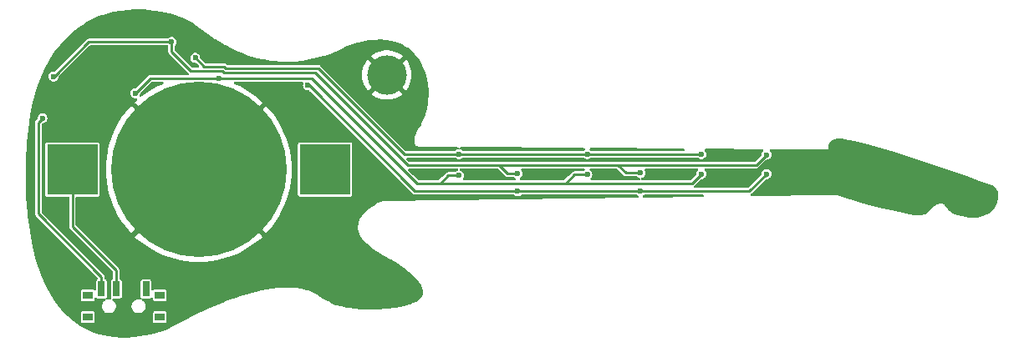
<source format=gbr>
%TF.GenerationSoftware,KiCad,Pcbnew,7.0.5-4d25ed1034~172~ubuntu22.04.1*%
%TF.CreationDate,2023-06-15T22:52:14+02:00*%
%TF.ProjectId,guitarra,67756974-6172-4726-912e-6b696361645f,rev?*%
%TF.SameCoordinates,Original*%
%TF.FileFunction,Copper,L2,Bot*%
%TF.FilePolarity,Positive*%
%FSLAX46Y46*%
G04 Gerber Fmt 4.6, Leading zero omitted, Abs format (unit mm)*
G04 Created by KiCad (PCBNEW 7.0.5-4d25ed1034~172~ubuntu22.04.1) date 2023-06-15 22:52:14*
%MOMM*%
%LPD*%
G01*
G04 APERTURE LIST*
%TA.AperFunction,SMDPad,CuDef*%
%ADD10R,0.700000X1.500000*%
%TD*%
%TA.AperFunction,SMDPad,CuDef*%
%ADD11R,1.000000X0.800000*%
%TD*%
%TA.AperFunction,SMDPad,CuDef*%
%ADD12C,4.000000*%
%TD*%
%TA.AperFunction,SMDPad,CuDef*%
%ADD13R,5.100000X5.100000*%
%TD*%
%TA.AperFunction,SMDPad,CuDef*%
%ADD14C,17.800000*%
%TD*%
%TA.AperFunction,ViaPad*%
%ADD15C,0.600000*%
%TD*%
%TA.AperFunction,Conductor*%
%ADD16C,0.250000*%
%TD*%
G04 APERTURE END LIST*
D10*
%TO.P,SW1,1,C*%
%TO.N,/sw_on*%
X99000000Y-67470000D03*
%TO.P,SW1,2,B*%
%TO.N,+3V0*%
X100500000Y-67470000D03*
%TO.P,SW1,3,A*%
%TO.N,N/C*%
X103500000Y-67470000D03*
D11*
%TO.P,SW1,*%
%TO.N,*%
X97600000Y-68120000D03*
X97600000Y-70330000D03*
X104900000Y-68120000D03*
X104900000Y-70330000D03*
%TD*%
D12*
%TO.P,REF\u002A\u002A,1*%
%TO.N,GND*%
X127900000Y-45750000D03*
%TD*%
D13*
%TO.P,BT1,1,+*%
%TO.N,N/C*%
X121640000Y-55340000D03*
%TO.N,+3V0*%
X96040000Y-55340000D03*
D14*
%TO.P,BT1,2,-*%
%TO.N,GND*%
X108840000Y-55340000D03*
%TD*%
D15*
%TO.N,GND*%
X99950000Y-46650000D03*
X101150000Y-44750000D03*
%TO.N,/sw_on*%
X93000000Y-50150000D03*
%TO.N,GND*%
X102750000Y-39600000D03*
X104550000Y-41150000D03*
X104600000Y-44100000D03*
%TO.N,/k_a*%
X148200000Y-55862000D03*
X135200000Y-55950000D03*
%TO.N,/k_b*%
X141150000Y-55763000D03*
X153600000Y-55700000D03*
%TO.N,/k_a*%
X159750000Y-55812000D03*
%TO.N,/leds_b*%
X119900000Y-46800000D03*
%TO.N,/leds_a*%
X108487701Y-44012299D03*
%TO.N,/k_a*%
X110900000Y-46100000D03*
%TO.N,/leds_b*%
X141150000Y-57550000D03*
X153600000Y-57550000D03*
X166350000Y-55812000D03*
%TO.N,/leds_a*%
X159750000Y-53800000D03*
X148200000Y-53800000D03*
X135200000Y-53800000D03*
%TO.N,/k_b*%
X166350000Y-53850000D03*
%TO.N,/k_a*%
X102400000Y-47600000D03*
%TO.N,/k_b*%
X106100000Y-42400000D03*
X94150000Y-45900000D03*
%TD*%
D16*
%TO.N,+3V0*%
X96040000Y-55340000D02*
X96040000Y-61140000D01*
X96040000Y-61140000D02*
X100500000Y-65600000D01*
%TO.N,/sw_on*%
X99000000Y-66250000D02*
X92600000Y-59850000D01*
X99000000Y-67470000D02*
X99000000Y-66250000D01*
X92600000Y-59850000D02*
X92600000Y-50550000D01*
X92600000Y-50550000D02*
X93000000Y-50150000D01*
%TO.N,+3V0*%
X100500000Y-65600000D02*
X100500000Y-67470000D01*
%TO.N,/k_b*%
X139250000Y-54900000D02*
X130000000Y-54900000D01*
X130000000Y-54900000D02*
X120600000Y-45500000D01*
X120600000Y-45500000D02*
X111383884Y-45500000D01*
X111383884Y-45500000D02*
X111208884Y-45325000D01*
X111208884Y-45325000D02*
X108025000Y-45325000D01*
X108025000Y-45325000D02*
X106100000Y-43400000D01*
X106100000Y-43400000D02*
X106100000Y-42400000D01*
%TO.N,/k_a*%
X110900000Y-46100000D02*
X120275000Y-46100000D01*
X120275000Y-46100000D02*
X130925000Y-56750000D01*
X130925000Y-56750000D02*
X133300000Y-56750000D01*
X110900000Y-46100000D02*
X103950000Y-46100000D01*
X103950000Y-46100000D02*
X102450000Y-47600000D01*
X102450000Y-47600000D02*
X102400000Y-47600000D01*
%TO.N,/leds_b*%
X119900000Y-46800000D02*
X120000000Y-46800000D01*
X120000000Y-46800000D02*
X130750000Y-57550000D01*
X130750000Y-57550000D02*
X141150000Y-57550000D01*
%TO.N,/k_a*%
X133300000Y-56750000D02*
X146000000Y-56750000D01*
X146888000Y-55862000D02*
X146000000Y-56750000D01*
X146000000Y-56750000D02*
X158812000Y-56750000D01*
X148200000Y-55862000D02*
X146888000Y-55862000D01*
X135200000Y-55950000D02*
X134100000Y-55950000D01*
X134100000Y-55950000D02*
X133300000Y-56750000D01*
%TO.N,/k_b*%
X141150000Y-55763000D02*
X140113000Y-55763000D01*
X140113000Y-55763000D02*
X139250000Y-54900000D01*
X153600000Y-55700000D02*
X152100000Y-55700000D01*
X152100000Y-55700000D02*
X151300000Y-54900000D01*
X151300000Y-54900000D02*
X165300000Y-54900000D01*
X165300000Y-54900000D02*
X166350000Y-53850000D01*
%TO.N,/leds_b*%
X166350000Y-55812000D02*
X164612000Y-57550000D01*
X164612000Y-57550000D02*
X153600000Y-57550000D01*
%TO.N,/k_a*%
X158812000Y-56750000D02*
X159750000Y-55812000D01*
%TO.N,/leds_a*%
X135200000Y-53800000D02*
X129686396Y-53800000D01*
X111395280Y-44875000D02*
X109375000Y-44875000D01*
X129686396Y-53800000D02*
X120936396Y-45050000D01*
X120936396Y-45050000D02*
X111570280Y-45050000D01*
X111570280Y-45050000D02*
X111395280Y-44875000D01*
X109375000Y-44875000D02*
X108500000Y-44000000D01*
%TO.N,/leds_b*%
X153600000Y-57550000D02*
X141150000Y-57550000D01*
%TO.N,/leds_a*%
X148200000Y-53800000D02*
X159750000Y-53800000D01*
X135200000Y-53800000D02*
X148200000Y-53800000D01*
%TO.N,/k_b*%
X139250000Y-54900000D02*
X151300000Y-54900000D01*
X94200000Y-45900000D02*
X94150000Y-45900000D01*
X106100000Y-42400000D02*
X97700000Y-42400000D01*
X97700000Y-42400000D02*
X94200000Y-45900000D01*
%TO.N,GND*%
X107696000Y-54196000D02*
X108840000Y-55340000D01*
%TD*%
%TA.AperFunction,Conductor*%
%TO.N,GND*%
G36*
X103018435Y-39087461D02*
G01*
X103021926Y-39087572D01*
X103374394Y-39108949D01*
X103709094Y-39129250D01*
X103714047Y-39129750D01*
X105035141Y-39317342D01*
X105041329Y-39318545D01*
X106261081Y-39621253D01*
X106267019Y-39623048D01*
X107354646Y-40012691D01*
X107360776Y-40015267D01*
X108215952Y-40430025D01*
X108276806Y-40459539D01*
X108297948Y-40472554D01*
X109544829Y-41424612D01*
X109832901Y-41644569D01*
X109834381Y-41645856D01*
X109834496Y-41645934D01*
X109837750Y-41648288D01*
X109838027Y-41648503D01*
X109839761Y-41649522D01*
X110495600Y-42098207D01*
X110504233Y-42104113D01*
X110507205Y-42106480D01*
X110510400Y-42108433D01*
X110513104Y-42110184D01*
X110517167Y-42112966D01*
X110520719Y-42114754D01*
X111241647Y-42556561D01*
X111285180Y-42583239D01*
X111287973Y-42585257D01*
X111292203Y-42587607D01*
X111294425Y-42588903D01*
X111300004Y-42592313D01*
X111303324Y-42593777D01*
X111713633Y-42821354D01*
X111715880Y-42822844D01*
X111721627Y-42825814D01*
X111723012Y-42826553D01*
X111732101Y-42831545D01*
X111734758Y-42832553D01*
X112172153Y-43056955D01*
X112173498Y-43057765D01*
X112174814Y-43058377D01*
X112177139Y-43059517D01*
X112184169Y-43063148D01*
X112187418Y-43064292D01*
X112645195Y-43279348D01*
X112648209Y-43281053D01*
X112652453Y-43282827D01*
X112655119Y-43284015D01*
X112660861Y-43286738D01*
X112664238Y-43287826D01*
X113150978Y-43494673D01*
X113152500Y-43495450D01*
X113153778Y-43495930D01*
X113156427Y-43496993D01*
X113161109Y-43498999D01*
X113164476Y-43499976D01*
X113670238Y-43691475D01*
X113673597Y-43693053D01*
X113677768Y-43694409D01*
X113680816Y-43695488D01*
X113686352Y-43697612D01*
X113690147Y-43698495D01*
X114215392Y-43872269D01*
X114219002Y-43873826D01*
X114224304Y-43875299D01*
X114227322Y-43876220D01*
X114231446Y-43877594D01*
X114235042Y-43878318D01*
X114785061Y-44033209D01*
X114788838Y-44034584D01*
X114792132Y-44035317D01*
X114796012Y-44036311D01*
X114800537Y-44037628D01*
X114804800Y-44038225D01*
X115379210Y-44170880D01*
X115381009Y-44171427D01*
X115381815Y-44171570D01*
X115385076Y-44172237D01*
X115389484Y-44173263D01*
X115393426Y-44173644D01*
X115983227Y-44279125D01*
X115987527Y-44280264D01*
X115991207Y-44280689D01*
X115995485Y-44281334D01*
X116000118Y-44282199D01*
X116004667Y-44282353D01*
X116613729Y-44358667D01*
X116617958Y-44359527D01*
X116620983Y-44359716D01*
X116625421Y-44360154D01*
X116629622Y-44360721D01*
X116634298Y-44360635D01*
X117095688Y-44393072D01*
X117267971Y-44405185D01*
X117269975Y-44405465D01*
X117270501Y-44405472D01*
X117274250Y-44405630D01*
X117278244Y-44405918D01*
X117282495Y-44405633D01*
X117935877Y-44414669D01*
X117938163Y-44414859D01*
X117942785Y-44414794D01*
X117946399Y-44414888D01*
X117951251Y-44414246D01*
X118622083Y-44384635D01*
X118624158Y-44384682D01*
X118624281Y-44384669D01*
X118628446Y-44384362D01*
X118631413Y-44384243D01*
X118635642Y-44383484D01*
X119320537Y-44312495D01*
X119324817Y-44312377D01*
X119328033Y-44311841D01*
X119331924Y-44311319D01*
X119335019Y-44311002D01*
X119339128Y-44310010D01*
X120046527Y-44193488D01*
X120048982Y-44193245D01*
X120053189Y-44192427D01*
X120056017Y-44192000D01*
X120060702Y-44190518D01*
X120783159Y-44026231D01*
X120785345Y-44025893D01*
X120789802Y-44024738D01*
X120792181Y-44024215D01*
X120796325Y-44022670D01*
X121520451Y-43811419D01*
X126314971Y-43811419D01*
X127900000Y-45396447D01*
X127900001Y-45396447D01*
X129485027Y-43811419D01*
X129485026Y-43811417D01*
X129242227Y-43635014D01*
X129242209Y-43635003D01*
X128966552Y-43483459D01*
X128966544Y-43483455D01*
X128674073Y-43367659D01*
X128369379Y-43289426D01*
X128369370Y-43289424D01*
X128057298Y-43250000D01*
X127742701Y-43250000D01*
X127430629Y-43289424D01*
X127430620Y-43289426D01*
X127125926Y-43367659D01*
X126833455Y-43483455D01*
X126833447Y-43483459D01*
X126557787Y-43635004D01*
X126557782Y-43635007D01*
X126314972Y-43811418D01*
X126314971Y-43811419D01*
X121520451Y-43811419D01*
X121535907Y-43806910D01*
X121538001Y-43806457D01*
X121538245Y-43806369D01*
X121542254Y-43805067D01*
X121545886Y-43804022D01*
X121550008Y-43802150D01*
X122303971Y-43532413D01*
X122306031Y-43531834D01*
X122306039Y-43531831D01*
X122310262Y-43530178D01*
X122313289Y-43529118D01*
X122317295Y-43527024D01*
X123086510Y-43199689D01*
X123088470Y-43199013D01*
X123088777Y-43198860D01*
X123092457Y-43197167D01*
X123095670Y-43195814D01*
X123099375Y-43193604D01*
X123879012Y-42807582D01*
X123895474Y-42800855D01*
X124637754Y-42558082D01*
X124641411Y-42557012D01*
X125348897Y-42373392D01*
X125352962Y-42372484D01*
X126019514Y-42247242D01*
X126024051Y-42246562D01*
X126650489Y-42176655D01*
X126655447Y-42176304D01*
X127242546Y-42158687D01*
X127247908Y-42158761D01*
X127796460Y-42190382D01*
X127802178Y-42190982D01*
X128313027Y-42268787D01*
X128319004Y-42270002D01*
X128793084Y-42390968D01*
X128799140Y-42392848D01*
X129206018Y-42542456D01*
X129237389Y-42553991D01*
X129243359Y-42556548D01*
X129646744Y-42754941D01*
X129652434Y-42758121D01*
X129797478Y-42849500D01*
X130021901Y-42990889D01*
X130027148Y-42994589D01*
X130363594Y-43258893D01*
X130368298Y-43262988D01*
X130672593Y-43556026D01*
X130676688Y-43560369D01*
X130736408Y-43630155D01*
X130949621Y-43879308D01*
X130953105Y-43883777D01*
X131195466Y-44225820D01*
X131198350Y-44230285D01*
X131306543Y-44414732D01*
X131410856Y-44592567D01*
X131413207Y-44596972D01*
X131596563Y-44976581D01*
X131598429Y-44980849D01*
X131753364Y-45374917D01*
X131754819Y-45379042D01*
X131878785Y-45774264D01*
X131882030Y-45784610D01*
X131883133Y-45788586D01*
X131983330Y-46202680D01*
X131984129Y-46206507D01*
X132058049Y-46626190D01*
X132058586Y-46629887D01*
X132094393Y-46942456D01*
X132106961Y-47052159D01*
X132107267Y-47055757D01*
X132130844Y-47477695D01*
X132130941Y-47481224D01*
X132130474Y-47899775D01*
X132130371Y-47903272D01*
X132106628Y-48315464D01*
X132106326Y-48318969D01*
X132060089Y-48721801D01*
X132059576Y-48725360D01*
X131991624Y-49115896D01*
X131990873Y-49119557D01*
X131902033Y-49494687D01*
X131901000Y-49498502D01*
X131823854Y-49751225D01*
X131800728Y-49826986D01*
X131792089Y-49855286D01*
X131790708Y-49859310D01*
X131662572Y-50194743D01*
X131660747Y-50199032D01*
X131514279Y-50510099D01*
X131511874Y-50514698D01*
X131347022Y-50800116D01*
X131346058Y-50801728D01*
X131199132Y-51039199D01*
X131198416Y-51040191D01*
X131196753Y-51043043D01*
X131195508Y-51045098D01*
X131195019Y-51046071D01*
X131070032Y-51264311D01*
X131069304Y-51265425D01*
X131068601Y-51266752D01*
X131067777Y-51268255D01*
X131066779Y-51270016D01*
X131066196Y-51271341D01*
X130961237Y-51472234D01*
X130960570Y-51473365D01*
X130960060Y-51474431D01*
X130959347Y-51475869D01*
X130958648Y-51477233D01*
X130958119Y-51478566D01*
X130872042Y-51662746D01*
X130871266Y-51664163D01*
X130870686Y-51665553D01*
X130869897Y-51667360D01*
X130869215Y-51668856D01*
X130868702Y-51670409D01*
X130800205Y-51838847D01*
X130799480Y-51840382D01*
X130799281Y-51840954D01*
X130798422Y-51843265D01*
X130797913Y-51844554D01*
X130797444Y-51846337D01*
X130745398Y-51999658D01*
X130744754Y-52001277D01*
X130744674Y-52001565D01*
X130743918Y-52004074D01*
X130743626Y-52004970D01*
X130743256Y-52006867D01*
X130706360Y-52146275D01*
X130705742Y-52148239D01*
X130705154Y-52150873D01*
X130704900Y-52153015D01*
X130682068Y-52279231D01*
X130681522Y-52281679D01*
X130681381Y-52282736D01*
X130681297Y-52285318D01*
X130671482Y-52398869D01*
X130671144Y-52401536D01*
X130671313Y-52404233D01*
X130673447Y-52506470D01*
X130673416Y-52508757D01*
X130673819Y-52511012D01*
X130686986Y-52602524D01*
X130687214Y-52604452D01*
X130687865Y-52606469D01*
X130710950Y-52687113D01*
X130711395Y-52688815D01*
X130712220Y-52690510D01*
X130744338Y-52761410D01*
X130744951Y-52762831D01*
X130745940Y-52764269D01*
X130785842Y-52825564D01*
X130786708Y-52826961D01*
X130787863Y-52828199D01*
X130834633Y-52880762D01*
X130835719Y-52882038D01*
X130837091Y-52883139D01*
X130889226Y-52927185D01*
X130890803Y-52928600D01*
X130892666Y-52929714D01*
X130941619Y-52961216D01*
X130946869Y-52964595D01*
X130948638Y-52965733D01*
X130950869Y-52967300D01*
X130953350Y-52968393D01*
X131012385Y-52997404D01*
X131015177Y-52998931D01*
X131018209Y-52999877D01*
X131078651Y-53022387D01*
X131081474Y-53023613D01*
X131082341Y-53023893D01*
X131085321Y-53024541D01*
X131146486Y-53041472D01*
X131147854Y-53041851D01*
X131150735Y-53042782D01*
X131153755Y-53043129D01*
X131211387Y-53052670D01*
X131285916Y-53065008D01*
X131289083Y-53065687D01*
X131292312Y-53065692D01*
X131383354Y-53070567D01*
X131417803Y-53072412D01*
X131420964Y-53072767D01*
X131422571Y-53072786D01*
X131425694Y-53072489D01*
X131535548Y-53069217D01*
X131537872Y-53069300D01*
X131541773Y-53069057D01*
X131544049Y-53068686D01*
X131624491Y-53061117D01*
X131628947Y-53061068D01*
X131632849Y-53060455D01*
X131636754Y-53059967D01*
X131640635Y-53059607D01*
X131644919Y-53058580D01*
X131705439Y-53049205D01*
X131727462Y-53048606D01*
X131739801Y-53046855D01*
X135049592Y-53069551D01*
X135116495Y-53089695D01*
X135161887Y-53142811D01*
X135171356Y-53212036D01*
X135141896Y-53275391D01*
X135083677Y-53312525D01*
X134989948Y-53340045D01*
X134868873Y-53417856D01*
X134868872Y-53417856D01*
X134868872Y-53417857D01*
X134856873Y-53431703D01*
X134798097Y-53469477D01*
X134763162Y-53474500D01*
X129872584Y-53474500D01*
X129805545Y-53454815D01*
X129784903Y-53438181D01*
X125485540Y-49138818D01*
X124035301Y-47688579D01*
X126314971Y-47688579D01*
X126314972Y-47688581D01*
X126557772Y-47864985D01*
X126557790Y-47864996D01*
X126833447Y-48016540D01*
X126833455Y-48016544D01*
X127125926Y-48132340D01*
X127430620Y-48210573D01*
X127430629Y-48210575D01*
X127742701Y-48249999D01*
X127742715Y-48250000D01*
X128057285Y-48250000D01*
X128057298Y-48249999D01*
X128369370Y-48210575D01*
X128369379Y-48210573D01*
X128674073Y-48132340D01*
X128966544Y-48016544D01*
X128966552Y-48016540D01*
X129242209Y-47864996D01*
X129242219Y-47864990D01*
X129485026Y-47688579D01*
X129485027Y-47688579D01*
X127900000Y-46103553D01*
X126314971Y-47688579D01*
X124035301Y-47688579D01*
X122096727Y-45750005D01*
X125395056Y-45750005D01*
X125414807Y-46063942D01*
X125414808Y-46063949D01*
X125473755Y-46372958D01*
X125570963Y-46672132D01*
X125570965Y-46672137D01*
X125704900Y-46956761D01*
X125704903Y-46956767D01*
X125873457Y-47222367D01*
X125873460Y-47222371D01*
X125964286Y-47332160D01*
X127546447Y-45750000D01*
X128253552Y-45750000D01*
X129835712Y-47332160D01*
X129926544Y-47222364D01*
X130095096Y-46956767D01*
X130095099Y-46956761D01*
X130229034Y-46672137D01*
X130229036Y-46672132D01*
X130326244Y-46372958D01*
X130385191Y-46063949D01*
X130385192Y-46063942D01*
X130404943Y-45750005D01*
X130404943Y-45749994D01*
X130385192Y-45436057D01*
X130385191Y-45436050D01*
X130326244Y-45127041D01*
X130229036Y-44827867D01*
X130229034Y-44827862D01*
X130095099Y-44543238D01*
X130095096Y-44543232D01*
X129926542Y-44277632D01*
X129926539Y-44277628D01*
X129835712Y-44167838D01*
X128253552Y-45749999D01*
X128253552Y-45750000D01*
X127546447Y-45750000D01*
X127546447Y-45749999D01*
X125964286Y-44167838D01*
X125964285Y-44167838D01*
X125873459Y-44277629D01*
X125873457Y-44277632D01*
X125704903Y-44543232D01*
X125704900Y-44543238D01*
X125570965Y-44827862D01*
X125570963Y-44827867D01*
X125473755Y-45127041D01*
X125414808Y-45436050D01*
X125414807Y-45436057D01*
X125395056Y-45749994D01*
X125395056Y-45750005D01*
X122096727Y-45750005D01*
X121178515Y-44831793D01*
X121174870Y-44827814D01*
X121148852Y-44796807D01*
X121148851Y-44796806D01*
X121137454Y-44790226D01*
X121113788Y-44776561D01*
X121109227Y-44773655D01*
X121096083Y-44764452D01*
X121076080Y-44750446D01*
X121076077Y-44750445D01*
X121071257Y-44748197D01*
X121054451Y-44741235D01*
X121049439Y-44739411D01*
X121009586Y-44732383D01*
X121004306Y-44731212D01*
X120965204Y-44720735D01*
X120930288Y-44723790D01*
X120924877Y-44724264D01*
X120919474Y-44724500D01*
X111756468Y-44724500D01*
X111689429Y-44704815D01*
X111668787Y-44688181D01*
X111668786Y-44688180D01*
X111637397Y-44656791D01*
X111633758Y-44652820D01*
X111607735Y-44621806D01*
X111602477Y-44618770D01*
X111572672Y-44601561D01*
X111568111Y-44598655D01*
X111554967Y-44589452D01*
X111534964Y-44575446D01*
X111534961Y-44575445D01*
X111530141Y-44573197D01*
X111513335Y-44566235D01*
X111508323Y-44564411D01*
X111468470Y-44557383D01*
X111463190Y-44556212D01*
X111424088Y-44545735D01*
X111389172Y-44548790D01*
X111383761Y-44549264D01*
X111378358Y-44549500D01*
X109561188Y-44549500D01*
X109494149Y-44529815D01*
X109473507Y-44513181D01*
X109026011Y-44065685D01*
X108992526Y-44004362D01*
X108990954Y-43995650D01*
X108974869Y-43883777D01*
X108972866Y-43869842D01*
X108913078Y-43738926D01*
X108818829Y-43630156D01*
X108697754Y-43552346D01*
X108697752Y-43552345D01*
X108697750Y-43552344D01*
X108697751Y-43552344D01*
X108559664Y-43511799D01*
X108559662Y-43511799D01*
X108415740Y-43511799D01*
X108415737Y-43511799D01*
X108277650Y-43552344D01*
X108156574Y-43630155D01*
X108062324Y-43738925D01*
X108062323Y-43738927D01*
X108002535Y-43869842D01*
X107982054Y-44012299D01*
X108002535Y-44154755D01*
X108059711Y-44279950D01*
X108062324Y-44285672D01*
X108156573Y-44394442D01*
X108277648Y-44472252D01*
X108277651Y-44472253D01*
X108277650Y-44472253D01*
X108415737Y-44512798D01*
X108415739Y-44512799D01*
X108415740Y-44512799D01*
X108501111Y-44512799D01*
X108568150Y-44532484D01*
X108588792Y-44549118D01*
X108827493Y-44787819D01*
X108860978Y-44849142D01*
X108855994Y-44918834D01*
X108814122Y-44974767D01*
X108748658Y-44999184D01*
X108739812Y-44999500D01*
X108211188Y-44999500D01*
X108144149Y-44979815D01*
X108123507Y-44963181D01*
X106461819Y-43301492D01*
X106428334Y-43240169D01*
X106425500Y-43213811D01*
X106425500Y-42834887D01*
X106445185Y-42767848D01*
X106455782Y-42753689D01*
X106525377Y-42673373D01*
X106585165Y-42542457D01*
X106605647Y-42400000D01*
X106585165Y-42257543D01*
X106525377Y-42126627D01*
X106431128Y-42017857D01*
X106310053Y-41940047D01*
X106310051Y-41940046D01*
X106310049Y-41940045D01*
X106310050Y-41940045D01*
X106171963Y-41899500D01*
X106171961Y-41899500D01*
X106028039Y-41899500D01*
X106028036Y-41899500D01*
X105889949Y-41940045D01*
X105768873Y-42017856D01*
X105768872Y-42017856D01*
X105768872Y-42017857D01*
X105756873Y-42031703D01*
X105698097Y-42069477D01*
X105663162Y-42074500D01*
X97716910Y-42074500D01*
X97711506Y-42074264D01*
X97705993Y-42073781D01*
X97671192Y-42070736D01*
X97632105Y-42081210D01*
X97626825Y-42082381D01*
X97586957Y-42089411D01*
X97581983Y-42091221D01*
X97565118Y-42098207D01*
X97560313Y-42100447D01*
X97527162Y-42123659D01*
X97522603Y-42126563D01*
X97487545Y-42146805D01*
X97461523Y-42177815D01*
X97457869Y-42181803D01*
X94276491Y-45363181D01*
X94215168Y-45396666D01*
X94188810Y-45399500D01*
X94078036Y-45399500D01*
X93939949Y-45440045D01*
X93818873Y-45517856D01*
X93724623Y-45626626D01*
X93724622Y-45626628D01*
X93664834Y-45757543D01*
X93644353Y-45900000D01*
X93664834Y-46042456D01*
X93664836Y-46042460D01*
X93724623Y-46173373D01*
X93818872Y-46282143D01*
X93939947Y-46359953D01*
X93939950Y-46359954D01*
X93939949Y-46359954D01*
X94078036Y-46400499D01*
X94078038Y-46400500D01*
X94078039Y-46400500D01*
X94221962Y-46400500D01*
X94221962Y-46400499D01*
X94360053Y-46359953D01*
X94481128Y-46282143D01*
X94575377Y-46173373D01*
X94635165Y-46042457D01*
X94648987Y-45946314D01*
X94678011Y-45882759D01*
X94684030Y-45876294D01*
X97798507Y-42761819D01*
X97859831Y-42728334D01*
X97886189Y-42725500D01*
X105650500Y-42725500D01*
X105717539Y-42745185D01*
X105763294Y-42797989D01*
X105774500Y-42849500D01*
X105774500Y-43383078D01*
X105774264Y-43388485D01*
X105770735Y-43428808D01*
X105781212Y-43467910D01*
X105782383Y-43473190D01*
X105789411Y-43513043D01*
X105791235Y-43518055D01*
X105798197Y-43534861D01*
X105800445Y-43539681D01*
X105800446Y-43539684D01*
X105809311Y-43552344D01*
X105823655Y-43572831D01*
X105826561Y-43577392D01*
X105846806Y-43612455D01*
X105877815Y-43638475D01*
X105881805Y-43642131D01*
X107782863Y-45543189D01*
X107786519Y-45547178D01*
X107806335Y-45570794D01*
X107834348Y-45634802D01*
X107823309Y-45703794D01*
X107776723Y-45755865D01*
X107711346Y-45774500D01*
X103966911Y-45774500D01*
X103961507Y-45774264D01*
X103956176Y-45773797D01*
X103921192Y-45770736D01*
X103882099Y-45781211D01*
X103876819Y-45782382D01*
X103836954Y-45789412D01*
X103831962Y-45791229D01*
X103815117Y-45798206D01*
X103810313Y-45800446D01*
X103777163Y-45823658D01*
X103772602Y-45826564D01*
X103737548Y-45846804D01*
X103737545Y-45846806D01*
X103737543Y-45846807D01*
X103737542Y-45846809D01*
X103711523Y-45877815D01*
X103707869Y-45881803D01*
X102526491Y-47063181D01*
X102465168Y-47096666D01*
X102438810Y-47099500D01*
X102328036Y-47099500D01*
X102189949Y-47140045D01*
X102068873Y-47217856D01*
X101974623Y-47326626D01*
X101974622Y-47326628D01*
X101914834Y-47457543D01*
X101894353Y-47600000D01*
X101914834Y-47742456D01*
X101970797Y-47864996D01*
X101974623Y-47873373D01*
X102068872Y-47982143D01*
X102189947Y-48059953D01*
X102189950Y-48059954D01*
X102189949Y-48059954D01*
X102297107Y-48091417D01*
X102323182Y-48099074D01*
X102328036Y-48100499D01*
X102328038Y-48100500D01*
X102328039Y-48100500D01*
X102471961Y-48100500D01*
X102476803Y-48099077D01*
X102546673Y-48099074D01*
X102605453Y-48136846D01*
X102634481Y-48200400D01*
X102624541Y-48269559D01*
X102596509Y-48308556D01*
X102372199Y-48518644D01*
X102372199Y-48518645D01*
X108839999Y-54986445D01*
X115307800Y-48518645D01*
X115307799Y-48518644D01*
X115041181Y-48268929D01*
X115041161Y-48268912D01*
X114565422Y-47878482D01*
X114565423Y-47878482D01*
X114065155Y-47519995D01*
X114065145Y-47519989D01*
X113542526Y-47195004D01*
X113542504Y-47194991D01*
X112999759Y-46904889D01*
X112999732Y-46904876D01*
X112464680Y-46662447D01*
X112411740Y-46616850D01*
X112391857Y-46549869D01*
X112411342Y-46482771D01*
X112464009Y-46436859D01*
X112515856Y-46425500D01*
X119327858Y-46425500D01*
X119394897Y-46445185D01*
X119440652Y-46497989D01*
X119450596Y-46567147D01*
X119440652Y-46601012D01*
X119414834Y-46657543D01*
X119394353Y-46800000D01*
X119414834Y-46942456D01*
X119466578Y-47055757D01*
X119474623Y-47073373D01*
X119568872Y-47182143D01*
X119689947Y-47259953D01*
X119689950Y-47259954D01*
X119689949Y-47259954D01*
X119828036Y-47300499D01*
X119828038Y-47300500D01*
X119980830Y-47300500D01*
X119980830Y-47302294D01*
X120039308Y-47310696D01*
X120075489Y-47335815D01*
X130507863Y-57768189D01*
X130511518Y-57772178D01*
X130537541Y-57803190D01*
X130537543Y-57803191D01*
X130537545Y-57803194D01*
X130537547Y-57803195D01*
X130537548Y-57803196D01*
X130572599Y-57823433D01*
X130577162Y-57826339D01*
X130610316Y-57849554D01*
X130610319Y-57849554D01*
X130615176Y-57851820D01*
X130631933Y-57858760D01*
X130636953Y-57860587D01*
X130636955Y-57860588D01*
X130672806Y-57866909D01*
X130676808Y-57867615D01*
X130682080Y-57868783D01*
X130721193Y-57879264D01*
X130761522Y-57875735D01*
X130766924Y-57875500D01*
X140713162Y-57875500D01*
X140780201Y-57895185D01*
X140806872Y-57918295D01*
X140818872Y-57932143D01*
X140939947Y-58009953D01*
X140939950Y-58009954D01*
X140939949Y-58009954D01*
X141078036Y-58050499D01*
X141078038Y-58050500D01*
X141078039Y-58050500D01*
X141221962Y-58050500D01*
X141221962Y-58050499D01*
X141360053Y-58009953D01*
X141481128Y-57932143D01*
X141493126Y-57918296D01*
X141551903Y-57880523D01*
X141586838Y-57875500D01*
X153163162Y-57875500D01*
X153230201Y-57895185D01*
X153256872Y-57918295D01*
X153268872Y-57932143D01*
X153336608Y-57975674D01*
X153382363Y-58028478D01*
X153392307Y-58097637D01*
X153363282Y-58161193D01*
X153304504Y-58198967D01*
X153271081Y-58203981D01*
X127536494Y-58517812D01*
X127534955Y-58517525D01*
X127511812Y-58518111D01*
X127511559Y-58518116D01*
X127511556Y-58518116D01*
X127511555Y-58518117D01*
X127511552Y-58518117D01*
X127511548Y-58518118D01*
X127511534Y-58518123D01*
X127511422Y-58518173D01*
X127493605Y-58525854D01*
X127492141Y-58526833D01*
X127280800Y-58621756D01*
X127279400Y-58622272D01*
X127277604Y-58623157D01*
X127275956Y-58623939D01*
X127274765Y-58624482D01*
X127273499Y-58625213D01*
X127025142Y-58750228D01*
X127023784Y-58750796D01*
X127021139Y-58752242D01*
X127018864Y-58753428D01*
X127017755Y-58754144D01*
X126710136Y-58926976D01*
X126708641Y-58927704D01*
X126707599Y-58928354D01*
X126706045Y-58929291D01*
X126704916Y-58929949D01*
X126703665Y-58930857D01*
X126362128Y-59149282D01*
X126360331Y-59150290D01*
X126357632Y-59152156D01*
X126356046Y-59153490D01*
X126005882Y-59415223D01*
X126004234Y-59416306D01*
X126004069Y-59416447D01*
X126001424Y-59418568D01*
X126001362Y-59418614D01*
X125999986Y-59419941D01*
X125831833Y-59564352D01*
X125830623Y-59565289D01*
X125830238Y-59565652D01*
X125828488Y-59567235D01*
X125827757Y-59567870D01*
X125826584Y-59569138D01*
X125665886Y-59723096D01*
X125664551Y-59724240D01*
X125664157Y-59724660D01*
X125662411Y-59726446D01*
X125662161Y-59726691D01*
X125661123Y-59727938D01*
X125509888Y-59892235D01*
X125508370Y-59893727D01*
X125506827Y-59895531D01*
X125505588Y-59897274D01*
X125483057Y-59925635D01*
X125367837Y-60070661D01*
X125366334Y-60072362D01*
X125365184Y-60073942D01*
X125364028Y-60075872D01*
X125242283Y-60258778D01*
X125240878Y-60260681D01*
X125240095Y-60261992D01*
X125239098Y-60264089D01*
X125136257Y-60456752D01*
X125135040Y-60458860D01*
X125134201Y-60461246D01*
X125053810Y-60662752D01*
X125052878Y-60664871D01*
X125052374Y-60667116D01*
X124997394Y-60877803D01*
X124996840Y-60879698D01*
X124996664Y-60881603D01*
X124970378Y-61101186D01*
X124970111Y-61103023D01*
X124970212Y-61104938D01*
X124975887Y-61332796D01*
X124975893Y-61334365D01*
X124976202Y-61335939D01*
X125017033Y-61571917D01*
X125017292Y-61573653D01*
X125017913Y-61575400D01*
X125062867Y-61713820D01*
X125096777Y-61818234D01*
X125097441Y-61820541D01*
X125098591Y-61822718D01*
X125218490Y-62072376D01*
X125219478Y-62074644D01*
X125220875Y-62076660D01*
X125385150Y-62333486D01*
X125386635Y-62336045D01*
X125388596Y-62338265D01*
X125508227Y-62487232D01*
X125600194Y-62601752D01*
X125601814Y-62603962D01*
X125602323Y-62604538D01*
X125604337Y-62606407D01*
X125793732Y-62801517D01*
X125866064Y-62876032D01*
X125867603Y-62877812D01*
X125869546Y-62879654D01*
X125871375Y-62881082D01*
X126186955Y-63157251D01*
X126188561Y-63158830D01*
X126191189Y-63160970D01*
X126193041Y-63162195D01*
X126565032Y-63444170D01*
X126566573Y-63445513D01*
X126566964Y-63445774D01*
X126569986Y-63447922D01*
X126572362Y-63449720D01*
X126575919Y-63451743D01*
X127000520Y-63734718D01*
X127003564Y-63737078D01*
X127006589Y-63738869D01*
X127009393Y-63740632D01*
X127012998Y-63743035D01*
X127016586Y-63744795D01*
X127501066Y-64032037D01*
X127501907Y-64032651D01*
X127511317Y-64038116D01*
X127511319Y-64038118D01*
X127869134Y-64245913D01*
X128297026Y-64494405D01*
X128298777Y-64495461D01*
X128988531Y-64927066D01*
X128990562Y-64928393D01*
X129588939Y-65336239D01*
X129591276Y-65337913D01*
X130102091Y-65722469D01*
X130104833Y-65724659D01*
X130531761Y-66086232D01*
X130535022Y-66089199D01*
X130881816Y-66428053D01*
X130885608Y-66432105D01*
X131045249Y-66618778D01*
X131114924Y-66700252D01*
X131156078Y-66748374D01*
X131160356Y-66753996D01*
X131313306Y-66980720D01*
X131355930Y-67043904D01*
X131364923Y-67059592D01*
X131490527Y-67321264D01*
X131498467Y-67342663D01*
X131560831Y-67574187D01*
X131562053Y-67578722D01*
X131566220Y-67605997D01*
X131574740Y-67818146D01*
X131572177Y-67848682D01*
X131531558Y-68041510D01*
X131521706Y-68070238D01*
X131434540Y-68249240D01*
X131420181Y-68272039D01*
X131286680Y-68440244D01*
X131271437Y-68456276D01*
X131089002Y-68616699D01*
X131082034Y-68622004D01*
X130853101Y-68772024D01*
X130847161Y-68775463D01*
X130579547Y-68911203D01*
X130574614Y-68913440D01*
X130272275Y-69034875D01*
X130268198Y-69036348D01*
X130127609Y-69081649D01*
X129935104Y-69143678D01*
X129931689Y-69144671D01*
X129929844Y-69145151D01*
X129572503Y-69238042D01*
X129568359Y-69238969D01*
X128783445Y-69386535D01*
X128779118Y-69387192D01*
X127935110Y-69484907D01*
X127931675Y-69485209D01*
X127696878Y-69499231D01*
X127058725Y-69537341D01*
X127055812Y-69537446D01*
X126184847Y-69548234D01*
X126182149Y-69548209D01*
X125885907Y-69538935D01*
X125343948Y-69521970D01*
X125341187Y-69521822D01*
X124566308Y-69462899D01*
X124563797Y-69462657D01*
X124206895Y-69420857D01*
X124204786Y-69420574D01*
X123873867Y-69370252D01*
X123871674Y-69369877D01*
X123565193Y-69311778D01*
X123562881Y-69311294D01*
X123279114Y-69246147D01*
X123276718Y-69245546D01*
X123013800Y-69174054D01*
X123011372Y-69173341D01*
X122767439Y-69096192D01*
X122765027Y-69095374D01*
X122538250Y-69013264D01*
X122535926Y-69012368D01*
X122415466Y-68963154D01*
X122325025Y-68926203D01*
X122321824Y-68924788D01*
X121951897Y-68748679D01*
X121936866Y-68741523D01*
X121933368Y-68739718D01*
X121588326Y-68547596D01*
X121585836Y-68546133D01*
X120965532Y-68161853D01*
X120964160Y-68160793D01*
X120954520Y-68155031D01*
X120947303Y-68150567D01*
X120945792Y-68149825D01*
X120649607Y-67973123D01*
X120646680Y-67971062D01*
X120642417Y-67968775D01*
X120640546Y-67967729D01*
X120636631Y-67965450D01*
X120633476Y-67964073D01*
X120320095Y-67799643D01*
X120316857Y-67797609D01*
X120312695Y-67795683D01*
X120310232Y-67794476D01*
X120309424Y-67794057D01*
X120307696Y-67793404D01*
X120144721Y-67719522D01*
X120141738Y-67717871D01*
X120136670Y-67715820D01*
X120134549Y-67714916D01*
X120133311Y-67714360D01*
X120131787Y-67713861D01*
X119958777Y-67644639D01*
X119955691Y-67643132D01*
X119951318Y-67641599D01*
X119949036Y-67640748D01*
X119944922Y-67639121D01*
X119941589Y-67638233D01*
X119762146Y-67576266D01*
X119758838Y-67574842D01*
X119754632Y-67573605D01*
X119752084Y-67572795D01*
X119751344Y-67572542D01*
X119749713Y-67572171D01*
X119551965Y-67514694D01*
X119548772Y-67513514D01*
X119544464Y-67512462D01*
X119542244Y-67511876D01*
X119540889Y-67511491D01*
X119539223Y-67511211D01*
X119322447Y-67459752D01*
X119320738Y-67459228D01*
X119319943Y-67459080D01*
X119316933Y-67458442D01*
X119316712Y-67458389D01*
X119315081Y-67458174D01*
X119086533Y-67415567D01*
X119083334Y-67414704D01*
X119077712Y-67413883D01*
X119075778Y-67413569D01*
X119074139Y-67413276D01*
X119072561Y-67413163D01*
X118821011Y-67378352D01*
X118819333Y-67377997D01*
X118817826Y-67377855D01*
X118815233Y-67377554D01*
X118814441Y-67377445D01*
X118812854Y-67377388D01*
X118775633Y-67373904D01*
X118545047Y-67352321D01*
X118542061Y-67351822D01*
X118536953Y-67351528D01*
X118535034Y-67351388D01*
X118533049Y-67351211D01*
X118531500Y-67351240D01*
X118237554Y-67335891D01*
X118236098Y-67335719D01*
X118234257Y-67335687D01*
X118232444Y-67335629D01*
X118230609Y-67335543D01*
X118229225Y-67335613D01*
X117911207Y-67331094D01*
X117909769Y-67330975D01*
X117907817Y-67331013D01*
X117905835Y-67331020D01*
X117904999Y-67331009D01*
X117903757Y-67331094D01*
X117564720Y-67338050D01*
X117562617Y-67337924D01*
X117554634Y-67338256D01*
X117552294Y-67338320D01*
X117551203Y-67338436D01*
X117179463Y-67357817D01*
X117177621Y-67357783D01*
X117176348Y-67357912D01*
X117173558Y-67358131D01*
X117173339Y-67358143D01*
X117171801Y-67358380D01*
X116820749Y-67394878D01*
X116211868Y-67458183D01*
X116210027Y-67458259D01*
X116209202Y-67458390D01*
X116206627Y-67458741D01*
X116206219Y-67458787D01*
X116204492Y-67459180D01*
X115239386Y-67624433D01*
X115237531Y-67624622D01*
X115236491Y-67624855D01*
X115233711Y-67625410D01*
X115233049Y-67625526D01*
X115231313Y-67626037D01*
X114270071Y-67846814D01*
X114268406Y-67847081D01*
X114267079Y-67847448D01*
X114264757Y-67848041D01*
X114263957Y-67848228D01*
X114262474Y-67848736D01*
X113313487Y-68115346D01*
X113312093Y-68115649D01*
X113310701Y-68116094D01*
X113308885Y-68116643D01*
X113307281Y-68117101D01*
X113305872Y-68117664D01*
X112380412Y-68419611D01*
X112379006Y-68419962D01*
X112377039Y-68420678D01*
X112375247Y-68421299D01*
X112373826Y-68421766D01*
X112372582Y-68422308D01*
X111484009Y-68748087D01*
X111481861Y-68748679D01*
X111474204Y-68751682D01*
X111471046Y-68752889D01*
X111470234Y-68753283D01*
X110616725Y-69097074D01*
X110615942Y-69097344D01*
X110613700Y-69098293D01*
X110610690Y-69099536D01*
X110609843Y-69099974D01*
X109807984Y-69449099D01*
X109806773Y-69449527D01*
X109803806Y-69450918D01*
X109801544Y-69451931D01*
X109800580Y-69452460D01*
X108376755Y-70132623D01*
X108375549Y-70133120D01*
X108374298Y-70133769D01*
X108372929Y-70134457D01*
X108370992Y-70135400D01*
X108369815Y-70136125D01*
X107262518Y-70719329D01*
X107261274Y-70719885D01*
X107259528Y-70720878D01*
X107258208Y-70721606D01*
X107256730Y-70722398D01*
X107255661Y-70723100D01*
X106280149Y-71285082D01*
X106273384Y-71288448D01*
X105648376Y-71553298D01*
X105644635Y-71554742D01*
X104924201Y-71806453D01*
X104920321Y-71807668D01*
X103984389Y-72067265D01*
X103979554Y-72068399D01*
X102870279Y-72282181D01*
X102865952Y-72282857D01*
X102261043Y-72355578D01*
X102257671Y-72355890D01*
X101625041Y-72397087D01*
X101621288Y-72397217D01*
X100966893Y-72400140D01*
X100962739Y-72400019D01*
X100291938Y-72358005D01*
X100287381Y-72357551D01*
X99605412Y-72263946D01*
X99600476Y-72263064D01*
X98912642Y-72111228D01*
X98907388Y-72109824D01*
X98777462Y-72068926D01*
X98218930Y-71893111D01*
X98213463Y-71891103D01*
X97529554Y-71602845D01*
X97524026Y-71600186D01*
X96849782Y-71233654D01*
X96844381Y-71230349D01*
X96184962Y-70778796D01*
X96179848Y-70774890D01*
X96150266Y-70749752D01*
X96899500Y-70749752D01*
X96911131Y-70808229D01*
X96911132Y-70808230D01*
X96955447Y-70874552D01*
X97021769Y-70918867D01*
X97021770Y-70918868D01*
X97080247Y-70930499D01*
X97080250Y-70930500D01*
X97080252Y-70930500D01*
X98119750Y-70930500D01*
X98119751Y-70930499D01*
X98134568Y-70927552D01*
X98178229Y-70918868D01*
X98178229Y-70918867D01*
X98178231Y-70918867D01*
X98244552Y-70874552D01*
X98288867Y-70808231D01*
X98288867Y-70808229D01*
X98288868Y-70808229D01*
X98300499Y-70749752D01*
X104199500Y-70749752D01*
X104211131Y-70808229D01*
X104211132Y-70808230D01*
X104255447Y-70874552D01*
X104321769Y-70918867D01*
X104321770Y-70918868D01*
X104380247Y-70930499D01*
X104380250Y-70930500D01*
X104380252Y-70930500D01*
X105419750Y-70930500D01*
X105419751Y-70930499D01*
X105434568Y-70927552D01*
X105478229Y-70918868D01*
X105478229Y-70918867D01*
X105478231Y-70918867D01*
X105544552Y-70874552D01*
X105588867Y-70808231D01*
X105588867Y-70808229D01*
X105588868Y-70808229D01*
X105600499Y-70749752D01*
X105600500Y-70749750D01*
X105600500Y-69910249D01*
X105600499Y-69910247D01*
X105588868Y-69851770D01*
X105588867Y-69851769D01*
X105544552Y-69785447D01*
X105478230Y-69741132D01*
X105478229Y-69741131D01*
X105419752Y-69729500D01*
X105419748Y-69729500D01*
X104380252Y-69729500D01*
X104380247Y-69729500D01*
X104321770Y-69741131D01*
X104321769Y-69741132D01*
X104255447Y-69785447D01*
X104211132Y-69851769D01*
X104211131Y-69851770D01*
X104199500Y-69910247D01*
X104199500Y-70749752D01*
X98300499Y-70749752D01*
X98300500Y-70749750D01*
X98300500Y-69910249D01*
X98300499Y-69910247D01*
X98288868Y-69851770D01*
X98288867Y-69851769D01*
X98244552Y-69785447D01*
X98178230Y-69741132D01*
X98178229Y-69741131D01*
X98119752Y-69729500D01*
X98119748Y-69729500D01*
X97080252Y-69729500D01*
X97080247Y-69729500D01*
X97021770Y-69741131D01*
X97021769Y-69741132D01*
X96955447Y-69785447D01*
X96911132Y-69851769D01*
X96911131Y-69851770D01*
X96899500Y-69910247D01*
X96899500Y-70749752D01*
X96150266Y-70749752D01*
X95540372Y-70231477D01*
X95535718Y-70227089D01*
X94921349Y-69584937D01*
X94917282Y-69580235D01*
X94333240Y-68832426D01*
X94329828Y-68827600D01*
X93781392Y-67967221D01*
X93778625Y-67962416D01*
X93465773Y-67358380D01*
X93271124Y-66982561D01*
X93268966Y-66977934D01*
X92807799Y-65871797D01*
X92806158Y-65867399D01*
X92779325Y-65786188D01*
X92396688Y-64628113D01*
X92395497Y-64624041D01*
X92043134Y-63244848D01*
X92042304Y-63241116D01*
X91752441Y-61715277D01*
X91751891Y-61711859D01*
X91733597Y-61573477D01*
X91529904Y-60032633D01*
X91529572Y-60029509D01*
X91527918Y-60009060D01*
X91517385Y-59878808D01*
X92270735Y-59878808D01*
X92281212Y-59917910D01*
X92282383Y-59923190D01*
X92289411Y-59963043D01*
X92291235Y-59968055D01*
X92298197Y-59984861D01*
X92300445Y-59989681D01*
X92300446Y-59989684D01*
X92313708Y-60008624D01*
X92323655Y-60022831D01*
X92326561Y-60027392D01*
X92346806Y-60062455D01*
X92377815Y-60088475D01*
X92381805Y-60092131D01*
X98616641Y-66326967D01*
X98650126Y-66388290D01*
X98645142Y-66457982D01*
X98603270Y-66513915D01*
X98576415Y-66529208D01*
X98571769Y-66531132D01*
X98505447Y-66575447D01*
X98461132Y-66641769D01*
X98461131Y-66641770D01*
X98449500Y-66700247D01*
X98449499Y-66700249D01*
X98449499Y-67481033D01*
X98429814Y-67548073D01*
X98377010Y-67593827D01*
X98307852Y-67603771D01*
X98256105Y-67580139D01*
X98254707Y-67582233D01*
X98178230Y-67531132D01*
X98178229Y-67531131D01*
X98119752Y-67519500D01*
X98119748Y-67519500D01*
X97080252Y-67519500D01*
X97080247Y-67519500D01*
X97021770Y-67531131D01*
X97021769Y-67531132D01*
X96955447Y-67575447D01*
X96911132Y-67641769D01*
X96911131Y-67641770D01*
X96899500Y-67700247D01*
X96899500Y-68539752D01*
X96911131Y-68598229D01*
X96911132Y-68598230D01*
X96955447Y-68664552D01*
X97021769Y-68708867D01*
X97021770Y-68708868D01*
X97080247Y-68720499D01*
X97080250Y-68720500D01*
X97080252Y-68720500D01*
X98119750Y-68720500D01*
X98119751Y-68720499D01*
X98134568Y-68717552D01*
X98178229Y-68708868D01*
X98178229Y-68708867D01*
X98178231Y-68708867D01*
X98244552Y-68664552D01*
X98288867Y-68598231D01*
X98288867Y-68598229D01*
X98288868Y-68598229D01*
X98300499Y-68539752D01*
X98300500Y-68539748D01*
X98300499Y-68458964D01*
X98320183Y-68391929D01*
X98372986Y-68346173D01*
X98442145Y-68336229D01*
X98493893Y-68359861D01*
X98495293Y-68357767D01*
X98571769Y-68408867D01*
X98571770Y-68408868D01*
X98630247Y-68420499D01*
X98630250Y-68420500D01*
X99291699Y-68420500D01*
X99358738Y-68440185D01*
X99404493Y-68492989D01*
X99414437Y-68562147D01*
X99385412Y-68625703D01*
X99362139Y-68646550D01*
X99282071Y-68701816D01*
X99169263Y-68829150D01*
X99090210Y-68979773D01*
X99061370Y-69096784D01*
X99049500Y-69144944D01*
X99049500Y-69315056D01*
X99063310Y-69371087D01*
X99090210Y-69480226D01*
X99169263Y-69630849D01*
X99169266Y-69630852D01*
X99282071Y-69758183D01*
X99321571Y-69785448D01*
X99422068Y-69854817D01*
X99422069Y-69854817D01*
X99422070Y-69854818D01*
X99581128Y-69915140D01*
X99657028Y-69924356D01*
X99707626Y-69930500D01*
X99707628Y-69930500D01*
X99792374Y-69930500D01*
X99834538Y-69925380D01*
X99918872Y-69915140D01*
X100077930Y-69854818D01*
X100217929Y-69758183D01*
X100330734Y-69630852D01*
X100355639Y-69583401D01*
X100387378Y-69522927D01*
X100409790Y-69480225D01*
X100450500Y-69315056D01*
X102049500Y-69315056D01*
X102063310Y-69371087D01*
X102090210Y-69480226D01*
X102169263Y-69630849D01*
X102169266Y-69630852D01*
X102282071Y-69758183D01*
X102321571Y-69785448D01*
X102422068Y-69854817D01*
X102422069Y-69854817D01*
X102422070Y-69854818D01*
X102581128Y-69915140D01*
X102657028Y-69924356D01*
X102707626Y-69930500D01*
X102707628Y-69930500D01*
X102792374Y-69930500D01*
X102834538Y-69925380D01*
X102918872Y-69915140D01*
X103077930Y-69854818D01*
X103217929Y-69758183D01*
X103330734Y-69630852D01*
X103355639Y-69583401D01*
X103387378Y-69522927D01*
X103409790Y-69480225D01*
X103450500Y-69315056D01*
X103450500Y-69144944D01*
X103409790Y-68979775D01*
X103381673Y-68926203D01*
X103330736Y-68829150D01*
X103217928Y-68701816D01*
X103137861Y-68646550D01*
X103093871Y-68592267D01*
X103086211Y-68522818D01*
X103117314Y-68460254D01*
X103177305Y-68424436D01*
X103208301Y-68420500D01*
X103869750Y-68420500D01*
X103869751Y-68420499D01*
X103884568Y-68417552D01*
X103928229Y-68408868D01*
X103928229Y-68408867D01*
X103928231Y-68408867D01*
X103994552Y-68364552D01*
X103994551Y-68364552D01*
X104004707Y-68357767D01*
X104006812Y-68360917D01*
X104049110Y-68337807D01*
X104118803Y-68342773D01*
X104174748Y-68384629D01*
X104199182Y-68450087D01*
X104199500Y-68458966D01*
X104199500Y-68539752D01*
X104211131Y-68598229D01*
X104211132Y-68598230D01*
X104255447Y-68664552D01*
X104321769Y-68708867D01*
X104321770Y-68708868D01*
X104380247Y-68720499D01*
X104380250Y-68720500D01*
X104380252Y-68720500D01*
X105419750Y-68720500D01*
X105419751Y-68720499D01*
X105434568Y-68717552D01*
X105478229Y-68708868D01*
X105478229Y-68708867D01*
X105478231Y-68708867D01*
X105544552Y-68664552D01*
X105588867Y-68598231D01*
X105588867Y-68598229D01*
X105588868Y-68598229D01*
X105600499Y-68539752D01*
X105600500Y-68539750D01*
X105600500Y-67700249D01*
X105600499Y-67700247D01*
X105588868Y-67641770D01*
X105588867Y-67641769D01*
X105544552Y-67575447D01*
X105478230Y-67531132D01*
X105478229Y-67531131D01*
X105419752Y-67519500D01*
X105419748Y-67519500D01*
X104380252Y-67519500D01*
X104380247Y-67519500D01*
X104321770Y-67531131D01*
X104321769Y-67531132D01*
X104245293Y-67582233D01*
X104243189Y-67579084D01*
X104200858Y-67602199D01*
X104131166Y-67597215D01*
X104075233Y-67555343D01*
X104050816Y-67489879D01*
X104050500Y-67481033D01*
X104050500Y-67321264D01*
X104050500Y-66700252D01*
X104050420Y-66699852D01*
X104038868Y-66641770D01*
X104038867Y-66641769D01*
X103994552Y-66575447D01*
X103928230Y-66531132D01*
X103928229Y-66531131D01*
X103869752Y-66519500D01*
X103869748Y-66519500D01*
X103130252Y-66519500D01*
X103130247Y-66519500D01*
X103071770Y-66531131D01*
X103071769Y-66531132D01*
X103005447Y-66575447D01*
X102961132Y-66641769D01*
X102961131Y-66641770D01*
X102949500Y-66700247D01*
X102949500Y-68239752D01*
X102961131Y-68298229D01*
X102961132Y-68298230D01*
X102994175Y-68347682D01*
X103015053Y-68414359D01*
X102996569Y-68481740D01*
X102944590Y-68528430D01*
X102876127Y-68539669D01*
X102792376Y-68529500D01*
X102792372Y-68529500D01*
X102707628Y-68529500D01*
X102707626Y-68529500D01*
X102581131Y-68544859D01*
X102581125Y-68544860D01*
X102422068Y-68605182D01*
X102282072Y-68701816D01*
X102169263Y-68829150D01*
X102090210Y-68979773D01*
X102061370Y-69096784D01*
X102049500Y-69144944D01*
X102049500Y-69315056D01*
X100450500Y-69315056D01*
X100450500Y-69144944D01*
X100409790Y-68979775D01*
X100381673Y-68926203D01*
X100330736Y-68829150D01*
X100217928Y-68701816D01*
X100137861Y-68646550D01*
X100093871Y-68592267D01*
X100086211Y-68522818D01*
X100117314Y-68460254D01*
X100177305Y-68424436D01*
X100208301Y-68420500D01*
X100869750Y-68420500D01*
X100869751Y-68420499D01*
X100884568Y-68417552D01*
X100928229Y-68408868D01*
X100928229Y-68408867D01*
X100928231Y-68408867D01*
X100994552Y-68364552D01*
X101038867Y-68298231D01*
X101038867Y-68298229D01*
X101038868Y-68298229D01*
X101050499Y-68239752D01*
X101050500Y-68239750D01*
X101050500Y-66700249D01*
X101050499Y-66700247D01*
X101038868Y-66641770D01*
X101038867Y-66641769D01*
X100994552Y-66575447D01*
X100928230Y-66531132D01*
X100928229Y-66531131D01*
X100925309Y-66530551D01*
X100919532Y-66527529D01*
X100916946Y-66526458D01*
X100917041Y-66526226D01*
X100863398Y-66498166D01*
X100828824Y-66437451D01*
X100825500Y-66408934D01*
X100825500Y-65616909D01*
X100825736Y-65611502D01*
X100829263Y-65571191D01*
X100818786Y-65532092D01*
X100817617Y-65526824D01*
X100810588Y-65486955D01*
X100810587Y-65486954D01*
X100810587Y-65486951D01*
X100808765Y-65481947D01*
X100801815Y-65465168D01*
X100799554Y-65460319D01*
X100799553Y-65460318D01*
X100799553Y-65460316D01*
X100776333Y-65427154D01*
X100773435Y-65422604D01*
X100769845Y-65416387D01*
X100753194Y-65387545D01*
X100753191Y-65387542D01*
X100753190Y-65387541D01*
X100736189Y-65373276D01*
X100722182Y-65361522D01*
X100718210Y-65357883D01*
X97521680Y-62161354D01*
X102372199Y-62161354D01*
X102638818Y-62411070D01*
X102638838Y-62411087D01*
X103114577Y-62801517D01*
X103114576Y-62801517D01*
X103614844Y-63160004D01*
X103614854Y-63160010D01*
X104137473Y-63484995D01*
X104137495Y-63485008D01*
X104680240Y-63775110D01*
X104680267Y-63775123D01*
X105240844Y-64029118D01*
X105240867Y-64029127D01*
X105816840Y-64245908D01*
X105816855Y-64245913D01*
X106405790Y-64424564D01*
X106405798Y-64424567D01*
X107005171Y-64564321D01*
X107612401Y-64664575D01*
X108224869Y-64724898D01*
X108840000Y-64745035D01*
X109455130Y-64724898D01*
X110067598Y-64664575D01*
X110674828Y-64564321D01*
X111274201Y-64424567D01*
X111274209Y-64424564D01*
X111863144Y-64245913D01*
X111863159Y-64245908D01*
X112439132Y-64029127D01*
X112439155Y-64029118D01*
X112999732Y-63775123D01*
X112999759Y-63775110D01*
X113542504Y-63485008D01*
X113542526Y-63484995D01*
X114065145Y-63160010D01*
X114065155Y-63160004D01*
X114565422Y-62801517D01*
X115041171Y-62411079D01*
X115307800Y-62161354D01*
X108840000Y-55693553D01*
X102372199Y-62161354D01*
X97521680Y-62161354D01*
X96401817Y-61041491D01*
X96368333Y-60980169D01*
X96365499Y-60953811D01*
X96365500Y-58214500D01*
X96385185Y-58147461D01*
X96437989Y-58101706D01*
X96489500Y-58090500D01*
X98609750Y-58090500D01*
X98609751Y-58090499D01*
X98624568Y-58087552D01*
X98668229Y-58078868D01*
X98668229Y-58078867D01*
X98668231Y-58078867D01*
X98734552Y-58034552D01*
X98778867Y-57968231D01*
X98778867Y-57968229D01*
X98778868Y-57968229D01*
X98790499Y-57909752D01*
X98790500Y-57909750D01*
X98790500Y-55340000D01*
X99434964Y-55340000D01*
X99455101Y-55955130D01*
X99515424Y-56567598D01*
X99615678Y-57174828D01*
X99755432Y-57774201D01*
X99755435Y-57774209D01*
X99934086Y-58363144D01*
X99934091Y-58363159D01*
X100150872Y-58939132D01*
X100150881Y-58939155D01*
X100404876Y-59499732D01*
X100404889Y-59499759D01*
X100694991Y-60042504D01*
X100695004Y-60042526D01*
X101019989Y-60565145D01*
X101019995Y-60565155D01*
X101378482Y-61065422D01*
X101768912Y-61541161D01*
X101768929Y-61541181D01*
X102018644Y-61807799D01*
X102018645Y-61807800D01*
X108486446Y-55340000D01*
X109193553Y-55340000D01*
X115661354Y-61807800D01*
X115911079Y-61541171D01*
X116301517Y-61065422D01*
X116660004Y-60565155D01*
X116660010Y-60565145D01*
X116984995Y-60042526D01*
X116985008Y-60042504D01*
X117275110Y-59499759D01*
X117275123Y-59499732D01*
X117529118Y-58939155D01*
X117529127Y-58939132D01*
X117745908Y-58363159D01*
X117745913Y-58363144D01*
X117883448Y-57909752D01*
X118889500Y-57909752D01*
X118901131Y-57968229D01*
X118901132Y-57968230D01*
X118945447Y-58034552D01*
X119011769Y-58078867D01*
X119011770Y-58078868D01*
X119070247Y-58090499D01*
X119070250Y-58090500D01*
X119070252Y-58090500D01*
X124209750Y-58090500D01*
X124209751Y-58090499D01*
X124224568Y-58087552D01*
X124268229Y-58078868D01*
X124268229Y-58078867D01*
X124268231Y-58078867D01*
X124334552Y-58034552D01*
X124378867Y-57968231D01*
X124378867Y-57968229D01*
X124378868Y-57968229D01*
X124390499Y-57909752D01*
X124390500Y-57909750D01*
X124390500Y-52770249D01*
X124390499Y-52770247D01*
X124378868Y-52711770D01*
X124378867Y-52711769D01*
X124334552Y-52645447D01*
X124268230Y-52601132D01*
X124268229Y-52601131D01*
X124209752Y-52589500D01*
X124209748Y-52589500D01*
X119070252Y-52589500D01*
X119070247Y-52589500D01*
X119011770Y-52601131D01*
X119011769Y-52601132D01*
X118945447Y-52645447D01*
X118901132Y-52711769D01*
X118901131Y-52711770D01*
X118889500Y-52770247D01*
X118889500Y-57909752D01*
X117883448Y-57909752D01*
X117924564Y-57774209D01*
X117924567Y-57774201D01*
X118064321Y-57174828D01*
X118164575Y-56567598D01*
X118224898Y-55955130D01*
X118245035Y-55340000D01*
X118224898Y-54724869D01*
X118164575Y-54112401D01*
X118064321Y-53505171D01*
X117924567Y-52905798D01*
X117924564Y-52905790D01*
X117745913Y-52316855D01*
X117745908Y-52316840D01*
X117529127Y-51740867D01*
X117529118Y-51740844D01*
X117275123Y-51180267D01*
X117275110Y-51180240D01*
X116985008Y-50637495D01*
X116984995Y-50637473D01*
X116660010Y-50114854D01*
X116660004Y-50114844D01*
X116301517Y-49614577D01*
X115911087Y-49138838D01*
X115911070Y-49138818D01*
X115661354Y-48872199D01*
X109193553Y-55339999D01*
X109193553Y-55340000D01*
X108486446Y-55340000D01*
X102018645Y-48872199D01*
X101768929Y-49138818D01*
X101768912Y-49138838D01*
X101378482Y-49614577D01*
X101019995Y-50114844D01*
X101019989Y-50114854D01*
X100695004Y-50637473D01*
X100694991Y-50637495D01*
X100404889Y-51180240D01*
X100404876Y-51180267D01*
X100150881Y-51740844D01*
X100150872Y-51740867D01*
X99934091Y-52316840D01*
X99934086Y-52316855D01*
X99755435Y-52905790D01*
X99755432Y-52905798D01*
X99615678Y-53505171D01*
X99515424Y-54112401D01*
X99455101Y-54724869D01*
X99434964Y-55340000D01*
X98790500Y-55340000D01*
X98790500Y-52770249D01*
X98790499Y-52770247D01*
X98778868Y-52711770D01*
X98778867Y-52711769D01*
X98734552Y-52645447D01*
X98668230Y-52601132D01*
X98668229Y-52601131D01*
X98609752Y-52589500D01*
X98609748Y-52589500D01*
X93470252Y-52589500D01*
X93470247Y-52589500D01*
X93411770Y-52601131D01*
X93411769Y-52601132D01*
X93345447Y-52645447D01*
X93301132Y-52711769D01*
X93301131Y-52711770D01*
X93289500Y-52770247D01*
X93289500Y-57909752D01*
X93301131Y-57968229D01*
X93301132Y-57968230D01*
X93345447Y-58034552D01*
X93411769Y-58078867D01*
X93411770Y-58078868D01*
X93470247Y-58090499D01*
X93470250Y-58090500D01*
X93470252Y-58090500D01*
X95590500Y-58090500D01*
X95657539Y-58110185D01*
X95703294Y-58162989D01*
X95714500Y-58214500D01*
X95714500Y-61123078D01*
X95714264Y-61128485D01*
X95710735Y-61168808D01*
X95721212Y-61207910D01*
X95722383Y-61213190D01*
X95729411Y-61253043D01*
X95731235Y-61258055D01*
X95738197Y-61274861D01*
X95740445Y-61279681D01*
X95740446Y-61279684D01*
X95754452Y-61299687D01*
X95763655Y-61312831D01*
X95766561Y-61317392D01*
X95786806Y-61352455D01*
X95817815Y-61378475D01*
X95821805Y-61382131D01*
X100138181Y-65698507D01*
X100171666Y-65759830D01*
X100174500Y-65786188D01*
X100174500Y-66408934D01*
X100154815Y-66475973D01*
X100102011Y-66521728D01*
X100074691Y-66530551D01*
X100071770Y-66531131D01*
X100071769Y-66531132D01*
X100005447Y-66575447D01*
X99961132Y-66641769D01*
X99961131Y-66641770D01*
X99949500Y-66700247D01*
X99949500Y-68239752D01*
X99961131Y-68298229D01*
X99961132Y-68298230D01*
X99994175Y-68347682D01*
X100015053Y-68414359D01*
X99996569Y-68481740D01*
X99944590Y-68528430D01*
X99876127Y-68539669D01*
X99792376Y-68529500D01*
X99792372Y-68529500D01*
X99707628Y-68529500D01*
X99707624Y-68529500D01*
X99623872Y-68539669D01*
X99554949Y-68528208D01*
X99503163Y-68481304D01*
X99484956Y-68413848D01*
X99505825Y-68347681D01*
X99509105Y-68342773D01*
X99538867Y-68298231D01*
X99538867Y-68298230D01*
X99538868Y-68298229D01*
X99550499Y-68239752D01*
X99550500Y-68239750D01*
X99550500Y-66700249D01*
X99550499Y-66700247D01*
X99538868Y-66641770D01*
X99538867Y-66641769D01*
X99494552Y-66575447D01*
X99428230Y-66531132D01*
X99428229Y-66531131D01*
X99425309Y-66530551D01*
X99419532Y-66527529D01*
X99416946Y-66526458D01*
X99417041Y-66526226D01*
X99363398Y-66498166D01*
X99328824Y-66437451D01*
X99325500Y-66408934D01*
X99325500Y-66266920D01*
X99325736Y-66261513D01*
X99329264Y-66221193D01*
X99318782Y-66182076D01*
X99317616Y-66176818D01*
X99310588Y-66136955D01*
X99310586Y-66136952D01*
X99310586Y-66136950D01*
X99308760Y-66131933D01*
X99301820Y-66115176D01*
X99299554Y-66110319D01*
X99299554Y-66110316D01*
X99276339Y-66077162D01*
X99273433Y-66072599D01*
X99253196Y-66037548D01*
X99253195Y-66037547D01*
X99253194Y-66037545D01*
X99222177Y-66011518D01*
X99218193Y-66007867D01*
X92961819Y-59751493D01*
X92928334Y-59690170D01*
X92925500Y-59663812D01*
X92925500Y-50774500D01*
X92945185Y-50707461D01*
X92997989Y-50661706D01*
X93049500Y-50650500D01*
X93071962Y-50650500D01*
X93071962Y-50650499D01*
X93210053Y-50609953D01*
X93331128Y-50532143D01*
X93425377Y-50423373D01*
X93485165Y-50292457D01*
X93505647Y-50150000D01*
X93485165Y-50007543D01*
X93425377Y-49876627D01*
X93331128Y-49767857D01*
X93210053Y-49690047D01*
X93210051Y-49690046D01*
X93210049Y-49690045D01*
X93210050Y-49690045D01*
X93071963Y-49649500D01*
X93071961Y-49649500D01*
X92928039Y-49649500D01*
X92928036Y-49649500D01*
X92789949Y-49690045D01*
X92668873Y-49767856D01*
X92574623Y-49876626D01*
X92574622Y-49876628D01*
X92514834Y-50007543D01*
X92493091Y-50158778D01*
X92490132Y-50158352D01*
X92474644Y-50211032D01*
X92458034Y-50231637D01*
X92381796Y-50307876D01*
X92377807Y-50311531D01*
X92346805Y-50337545D01*
X92326562Y-50372606D01*
X92323656Y-50377166D01*
X92300446Y-50410313D01*
X92298206Y-50415117D01*
X92291229Y-50431961D01*
X92289410Y-50436959D01*
X92282383Y-50476811D01*
X92281212Y-50482091D01*
X92270735Y-50521191D01*
X92274264Y-50561513D01*
X92274500Y-50566920D01*
X92274500Y-59833078D01*
X92274264Y-59838485D01*
X92270735Y-59878808D01*
X91517385Y-59878808D01*
X91440562Y-58928784D01*
X91380838Y-58190213D01*
X91380676Y-58187418D01*
X91310543Y-56181265D01*
X91310508Y-56178699D01*
X91311304Y-56064820D01*
X91322789Y-54420887D01*
X91322870Y-54418140D01*
X91326362Y-54350500D01*
X91407558Y-52777739D01*
X91407783Y-52774793D01*
X91423231Y-52620815D01*
X91560935Y-51248256D01*
X91561339Y-51245075D01*
X91779007Y-49828914D01*
X91779640Y-49825459D01*
X92057869Y-48516132D01*
X92058773Y-48512444D01*
X92126380Y-48268929D01*
X92393595Y-47306437D01*
X92394807Y-47302572D01*
X92782286Y-46196264D01*
X92783870Y-46192207D01*
X93220026Y-45182080D01*
X93222014Y-45177914D01*
X93702912Y-44260350D01*
X93705356Y-44256104D01*
X93723345Y-44227534D01*
X94227036Y-43427534D01*
X94229931Y-43423331D01*
X94788516Y-42680077D01*
X94791865Y-42675996D01*
X94794211Y-42673373D01*
X95383458Y-42014451D01*
X95387190Y-42010626D01*
X96007943Y-41427157D01*
X96012005Y-41423660D01*
X96658074Y-40914664D01*
X96662405Y-40911546D01*
X97329950Y-40473452D01*
X97334448Y-40470765D01*
X98019697Y-40099987D01*
X98024228Y-40097771D01*
X98723350Y-39790782D01*
X98727874Y-39789005D01*
X99437018Y-39542303D01*
X99441441Y-39540949D01*
X100156804Y-39351024D01*
X100161043Y-39350059D01*
X100878738Y-39213434D01*
X100882853Y-39212795D01*
X100969831Y-39202251D01*
X101598945Y-39125995D01*
X101602808Y-39125652D01*
X102313502Y-39085182D01*
X102317147Y-39085085D01*
X103018435Y-39087461D01*
G37*
%TD.AperFunction*%
%TD*%
%TA.AperFunction,NonConductor*%
G36*
X105231183Y-46445185D02*
G01*
X105276938Y-46497989D01*
X105286882Y-46567147D01*
X105257857Y-46630703D01*
X105215320Y-46662447D01*
X104680267Y-46904876D01*
X104680240Y-46904889D01*
X104137495Y-47194991D01*
X104137473Y-47195004D01*
X103614854Y-47519989D01*
X103614844Y-47519995D01*
X103114578Y-47878481D01*
X103062153Y-47921505D01*
X102997842Y-47948817D01*
X102928975Y-47937025D01*
X102877415Y-47889872D01*
X102859533Y-47822330D01*
X102870693Y-47774145D01*
X102885165Y-47742457D01*
X102898987Y-47646314D01*
X102928011Y-47582759D01*
X102934029Y-47576295D01*
X104048507Y-46461819D01*
X104109831Y-46428334D01*
X104136189Y-46425500D01*
X105164144Y-46425500D01*
X105231183Y-46445185D01*
G37*
%TD.AperFunction*%
%TA.AperFunction,NonConductor*%
G36*
X157906610Y-53226284D02*
G01*
X157938429Y-53226503D01*
X158005332Y-53246647D01*
X158050724Y-53299763D01*
X158060193Y-53368988D01*
X158030733Y-53432343D01*
X157971697Y-53469714D01*
X157937579Y-53474500D01*
X148636838Y-53474500D01*
X148569799Y-53454815D01*
X148543127Y-53431704D01*
X148531128Y-53417857D01*
X148488530Y-53390481D01*
X148442776Y-53337678D01*
X148432832Y-53268520D01*
X148461857Y-53204964D01*
X148520635Y-53167189D01*
X148556417Y-53162169D01*
X157906610Y-53226284D01*
G37*
%TD.AperFunction*%
%TA.AperFunction,NonConductor*%
G36*
X135359289Y-53071674D02*
G01*
X147852787Y-53157344D01*
X147919689Y-53177488D01*
X147965081Y-53230604D01*
X147974550Y-53299829D01*
X147945090Y-53363184D01*
X147918977Y-53385656D01*
X147868872Y-53417856D01*
X147863853Y-53423649D01*
X147856873Y-53431703D01*
X147798097Y-53469477D01*
X147763162Y-53474500D01*
X135636838Y-53474500D01*
X135569799Y-53454815D01*
X135543127Y-53431704D01*
X135531128Y-53417857D01*
X135481022Y-53385656D01*
X135410051Y-53340045D01*
X135323556Y-53314649D01*
X135264778Y-53276875D01*
X135235753Y-53213319D01*
X135245696Y-53144161D01*
X135291451Y-53091357D01*
X135358491Y-53071672D01*
X135359289Y-53071674D01*
G37*
%TD.AperFunction*%
%TA.AperFunction,NonConductor*%
G36*
X160200934Y-53242017D02*
G01*
X165909975Y-53281164D01*
X165976875Y-53301308D01*
X166022267Y-53354424D01*
X166031736Y-53423649D01*
X166002836Y-53486363D01*
X165924623Y-53576627D01*
X165924622Y-53576628D01*
X165864834Y-53707543D01*
X165843091Y-53858778D01*
X165840126Y-53858351D01*
X165824668Y-53910996D01*
X165808034Y-53931638D01*
X165627272Y-54112401D01*
X165352855Y-54386819D01*
X165201493Y-54538181D01*
X165140170Y-54571666D01*
X165113812Y-54574500D01*
X151359181Y-54574500D01*
X151334106Y-54571199D01*
X151328808Y-54570735D01*
X151293892Y-54573790D01*
X151288481Y-54574264D01*
X151283078Y-54574500D01*
X139309181Y-54574500D01*
X139284106Y-54571199D01*
X139278808Y-54570735D01*
X139243892Y-54573790D01*
X139238481Y-54574264D01*
X139233078Y-54574500D01*
X130186189Y-54574500D01*
X130119150Y-54554815D01*
X130098508Y-54538181D01*
X129897508Y-54337181D01*
X129864023Y-54275858D01*
X129869007Y-54206166D01*
X129910879Y-54150233D01*
X129976343Y-54125816D01*
X129985189Y-54125500D01*
X134763162Y-54125500D01*
X134830201Y-54145185D01*
X134856872Y-54168295D01*
X134868872Y-54182143D01*
X134989947Y-54259953D01*
X134989950Y-54259954D01*
X134989949Y-54259954D01*
X135128036Y-54300499D01*
X135128038Y-54300500D01*
X135128039Y-54300500D01*
X135271962Y-54300500D01*
X135271962Y-54300499D01*
X135410053Y-54259953D01*
X135531128Y-54182143D01*
X135543126Y-54168296D01*
X135601903Y-54130523D01*
X135636838Y-54125500D01*
X147763162Y-54125500D01*
X147830201Y-54145185D01*
X147856872Y-54168295D01*
X147868872Y-54182143D01*
X147989947Y-54259953D01*
X147989950Y-54259954D01*
X147989949Y-54259954D01*
X148128036Y-54300499D01*
X148128038Y-54300500D01*
X148128039Y-54300500D01*
X148271962Y-54300500D01*
X148271962Y-54300499D01*
X148410053Y-54259953D01*
X148531128Y-54182143D01*
X148543126Y-54168296D01*
X148601903Y-54130523D01*
X148636838Y-54125500D01*
X159313162Y-54125500D01*
X159380201Y-54145185D01*
X159406872Y-54168295D01*
X159418872Y-54182143D01*
X159539947Y-54259953D01*
X159539950Y-54259954D01*
X159539949Y-54259954D01*
X159678036Y-54300499D01*
X159678038Y-54300500D01*
X159678039Y-54300500D01*
X159821962Y-54300500D01*
X159821962Y-54300499D01*
X159960053Y-54259953D01*
X160081128Y-54182143D01*
X160175377Y-54073373D01*
X160235165Y-53942457D01*
X160255647Y-53800000D01*
X160235165Y-53657543D01*
X160175377Y-53526627D01*
X160175375Y-53526625D01*
X160175374Y-53526622D01*
X160106569Y-53447217D01*
X160077544Y-53383662D01*
X160087488Y-53314503D01*
X160133243Y-53261699D01*
X160200282Y-53242015D01*
X160200934Y-53242017D01*
G37*
%TD.AperFunction*%
%TA.AperFunction,NonConductor*%
G36*
X159391466Y-55245185D02*
G01*
X159437221Y-55297989D01*
X159447165Y-55367147D01*
X159418141Y-55430700D01*
X159329728Y-55532735D01*
X159324623Y-55538627D01*
X159324622Y-55538628D01*
X159264834Y-55669543D01*
X159243091Y-55820778D01*
X159240126Y-55820351D01*
X159224668Y-55872996D01*
X159208034Y-55893638D01*
X159084058Y-56017615D01*
X158826174Y-56275500D01*
X158713493Y-56388181D01*
X158652170Y-56421666D01*
X158625812Y-56424500D01*
X153771528Y-56424500D01*
X153704489Y-56404815D01*
X153658734Y-56352011D01*
X153648790Y-56282853D01*
X153677815Y-56219297D01*
X153736593Y-56181523D01*
X153736594Y-56181523D01*
X153810050Y-56159954D01*
X153810050Y-56159953D01*
X153810053Y-56159953D01*
X153931128Y-56082143D01*
X154025377Y-55973373D01*
X154085165Y-55842457D01*
X154105647Y-55700000D01*
X154085165Y-55557543D01*
X154025377Y-55426627D01*
X154025374Y-55426624D01*
X154020582Y-55419166D01*
X154022945Y-55417646D01*
X153999883Y-55367139D01*
X154009831Y-55297981D01*
X154055590Y-55245180D01*
X154122622Y-55225500D01*
X159324427Y-55225500D01*
X159391466Y-55245185D01*
G37*
%TD.AperFunction*%
%TA.AperFunction,NonConductor*%
G36*
X151180851Y-55245185D02*
G01*
X151201493Y-55261819D01*
X151857863Y-55918189D01*
X151861518Y-55922178D01*
X151887541Y-55953190D01*
X151887543Y-55953191D01*
X151887545Y-55953194D01*
X151887547Y-55953195D01*
X151887548Y-55953196D01*
X151922599Y-55973433D01*
X151927162Y-55976339D01*
X151960316Y-55999554D01*
X151960319Y-55999554D01*
X151965176Y-56001820D01*
X151981933Y-56008760D01*
X151986953Y-56010587D01*
X151986955Y-56010588D01*
X152018755Y-56016195D01*
X152026808Y-56017615D01*
X152032080Y-56018783D01*
X152071193Y-56029264D01*
X152111522Y-56025735D01*
X152116924Y-56025500D01*
X153163162Y-56025500D01*
X153230201Y-56045185D01*
X153256872Y-56068295D01*
X153268872Y-56082143D01*
X153389947Y-56159953D01*
X153389950Y-56159954D01*
X153389949Y-56159954D01*
X153463406Y-56181523D01*
X153522185Y-56219297D01*
X153551210Y-56282853D01*
X153541267Y-56352011D01*
X153495512Y-56404815D01*
X153428472Y-56424500D01*
X148646369Y-56424500D01*
X148579330Y-56404815D01*
X148533575Y-56352011D01*
X148523631Y-56282853D01*
X148552654Y-56219299D01*
X148625377Y-56135373D01*
X148685165Y-56004457D01*
X148705647Y-55862000D01*
X148685165Y-55719543D01*
X148625377Y-55588627D01*
X148531128Y-55479857D01*
X148490606Y-55453815D01*
X148444852Y-55401012D01*
X148434908Y-55331853D01*
X148463933Y-55268297D01*
X148522711Y-55230523D01*
X148557646Y-55225500D01*
X151113812Y-55225500D01*
X151180851Y-55245185D01*
G37*
%TD.AperFunction*%
%TA.AperFunction,NonConductor*%
G36*
X147909393Y-55245185D02*
G01*
X147955148Y-55297989D01*
X147965092Y-55367147D01*
X147936067Y-55430703D01*
X147909393Y-55453816D01*
X147868873Y-55479856D01*
X147868872Y-55479856D01*
X147868872Y-55479857D01*
X147856873Y-55493703D01*
X147798097Y-55531477D01*
X147763162Y-55536500D01*
X146904922Y-55536500D01*
X146899518Y-55536264D01*
X146894107Y-55535790D01*
X146859192Y-55532735D01*
X146859191Y-55532735D01*
X146820091Y-55543212D01*
X146814811Y-55544383D01*
X146774959Y-55551410D01*
X146769961Y-55553229D01*
X146753117Y-55560206D01*
X146748313Y-55562446D01*
X146715166Y-55585656D01*
X146710606Y-55588562D01*
X146675548Y-55608804D01*
X146675545Y-55608806D01*
X146675543Y-55608808D01*
X146675541Y-55608810D01*
X146649524Y-55639815D01*
X146645868Y-55643804D01*
X146260410Y-56029264D01*
X145901493Y-56388181D01*
X145840170Y-56421666D01*
X145813812Y-56424500D01*
X141468745Y-56424500D01*
X141401706Y-56404815D01*
X141355951Y-56352011D01*
X141346007Y-56282853D01*
X141375032Y-56219297D01*
X141401706Y-56196184D01*
X141404882Y-56194143D01*
X141481128Y-56145143D01*
X141575377Y-56036373D01*
X141635165Y-55905457D01*
X141655647Y-55763000D01*
X141635165Y-55620543D01*
X141575377Y-55489627D01*
X141524318Y-55430701D01*
X141495294Y-55367147D01*
X141505238Y-55297988D01*
X141550993Y-55245184D01*
X141618032Y-55225500D01*
X147842354Y-55225500D01*
X147909393Y-55245185D01*
G37*
%TD.AperFunction*%
%TA.AperFunction,NonConductor*%
G36*
X139130851Y-55245185D02*
G01*
X139151492Y-55261818D01*
X139513937Y-55624264D01*
X139870868Y-55981195D01*
X139874523Y-55985184D01*
X139900541Y-56016190D01*
X139900543Y-56016191D01*
X139900545Y-56016194D01*
X139935605Y-56036435D01*
X139940159Y-56039337D01*
X139973316Y-56062554D01*
X139973319Y-56062554D01*
X139978176Y-56064820D01*
X139994933Y-56071760D01*
X139999953Y-56073587D01*
X139999955Y-56073588D01*
X140039830Y-56080618D01*
X140045087Y-56081784D01*
X140084193Y-56092263D01*
X140124510Y-56088735D01*
X140129912Y-56088500D01*
X140713162Y-56088500D01*
X140780201Y-56108185D01*
X140806872Y-56131295D01*
X140818872Y-56145143D01*
X140875481Y-56181523D01*
X140898294Y-56196184D01*
X140944049Y-56248988D01*
X140953993Y-56318147D01*
X140924968Y-56381702D01*
X140866190Y-56419477D01*
X140831255Y-56424500D01*
X135722622Y-56424500D01*
X135655583Y-56404815D01*
X135609828Y-56352011D01*
X135599884Y-56282853D01*
X135622945Y-56232352D01*
X135620582Y-56230834D01*
X135625372Y-56223378D01*
X135625377Y-56223373D01*
X135685165Y-56092457D01*
X135705647Y-55950000D01*
X135685165Y-55807543D01*
X135625377Y-55676627D01*
X135531128Y-55567857D01*
X135410053Y-55490047D01*
X135410051Y-55490046D01*
X135410049Y-55490045D01*
X135410050Y-55490045D01*
X135336594Y-55468477D01*
X135277815Y-55430703D01*
X135248790Y-55367147D01*
X135258733Y-55297989D01*
X135304488Y-55245185D01*
X135371528Y-55225500D01*
X139063812Y-55225500D01*
X139130851Y-55245185D01*
G37*
%TD.AperFunction*%
%TA.AperFunction,NonConductor*%
G36*
X135095511Y-55245185D02*
G01*
X135141266Y-55297989D01*
X135151210Y-55367147D01*
X135122185Y-55430703D01*
X135063407Y-55468477D01*
X135063406Y-55468477D01*
X134989949Y-55490045D01*
X134868873Y-55567856D01*
X134868872Y-55567856D01*
X134868872Y-55567857D01*
X134856873Y-55581703D01*
X134798097Y-55619477D01*
X134763162Y-55624500D01*
X134116922Y-55624500D01*
X134111518Y-55624264D01*
X134106107Y-55623790D01*
X134071192Y-55620735D01*
X134071191Y-55620735D01*
X134032091Y-55631212D01*
X134026811Y-55632383D01*
X133986959Y-55639410D01*
X133981961Y-55641229D01*
X133965117Y-55648206D01*
X133960313Y-55650446D01*
X133927166Y-55673656D01*
X133922606Y-55676562D01*
X133893179Y-55693553D01*
X133887545Y-55696806D01*
X133887543Y-55696808D01*
X133887541Y-55696810D01*
X133861524Y-55727815D01*
X133857868Y-55731804D01*
X133516086Y-56073588D01*
X133201493Y-56388181D01*
X133140170Y-56421666D01*
X133113812Y-56424500D01*
X131111189Y-56424500D01*
X131044150Y-56404815D01*
X131023508Y-56388181D01*
X130553516Y-55918189D01*
X130072506Y-55437180D01*
X130039022Y-55375858D01*
X130044006Y-55306167D01*
X130085878Y-55250233D01*
X130151342Y-55225816D01*
X130160188Y-55225500D01*
X135028472Y-55225500D01*
X135095511Y-55245185D01*
G37*
%TD.AperFunction*%
%TA.AperFunction,NonConductor*%
G36*
X159936913Y-57895185D02*
G01*
X159982668Y-57947989D01*
X159992612Y-58017147D01*
X159963587Y-58080703D01*
X159904809Y-58118477D01*
X159871386Y-58123491D01*
X153944725Y-58195766D01*
X153877451Y-58176900D01*
X153831055Y-58124658D01*
X153820269Y-58055626D01*
X153848517Y-57991721D01*
X153876170Y-57967461D01*
X153931128Y-57932143D01*
X153943126Y-57918296D01*
X154001903Y-57880523D01*
X154036838Y-57875500D01*
X159869874Y-57875500D01*
X159936913Y-57895185D01*
G37*
%TD.AperFunction*%
%TA.AperFunction,NonConductor*%
G36*
X174084823Y-52219353D02*
G01*
X174092732Y-52220115D01*
X174337686Y-52259714D01*
X174761902Y-52328295D01*
X174765499Y-52328986D01*
X175322331Y-52453122D01*
X175621396Y-52519793D01*
X175623401Y-52520276D01*
X176632644Y-52781402D01*
X176634395Y-52781884D01*
X178987010Y-53466625D01*
X178988413Y-53467051D01*
X181575608Y-54287052D01*
X184146543Y-55145172D01*
X186447068Y-55943097D01*
X186449793Y-55944042D01*
X188142968Y-56567598D01*
X189235930Y-56970110D01*
X189246993Y-56974184D01*
X189254215Y-56977380D01*
X189363574Y-57034379D01*
X189380920Y-57045334D01*
X189472907Y-57114711D01*
X189487642Y-57127785D01*
X189568413Y-57211843D01*
X189580167Y-57226056D01*
X189652131Y-57327593D01*
X189656555Y-57334839D01*
X189718138Y-57453254D01*
X189721284Y-57460355D01*
X189769431Y-57590493D01*
X189771510Y-57597284D01*
X189805824Y-57737600D01*
X189807042Y-57744033D01*
X189827158Y-57892957D01*
X189827676Y-57899029D01*
X189833270Y-58054907D01*
X189833209Y-58060660D01*
X189831097Y-58097637D01*
X189825308Y-58198967D01*
X189824002Y-58221821D01*
X189823441Y-58227316D01*
X189799190Y-58392067D01*
X189798179Y-58397339D01*
X189758664Y-58564053D01*
X189757227Y-58569141D01*
X189702255Y-58736145D01*
X189700398Y-58741072D01*
X189629782Y-58906749D01*
X189627501Y-58911525D01*
X189541088Y-59074208D01*
X189538373Y-59078826D01*
X189435977Y-59236950D01*
X189432818Y-59241388D01*
X189314273Y-59393342D01*
X189310670Y-59397558D01*
X189175774Y-59541795D01*
X189171736Y-59545737D01*
X189020306Y-59680670D01*
X189015865Y-59684275D01*
X188847673Y-59808358D01*
X188842878Y-59811563D01*
X188657696Y-59923227D01*
X188652621Y-59925973D01*
X188450187Y-60023649D01*
X188444921Y-60025897D01*
X188224916Y-60108012D01*
X188219563Y-60109738D01*
X187981755Y-60174663D01*
X187976417Y-60175870D01*
X187720484Y-60221981D01*
X187715261Y-60222694D01*
X187621500Y-60231456D01*
X187440954Y-60248327D01*
X187435921Y-60248591D01*
X187238028Y-60250945D01*
X187142990Y-60252075D01*
X187138227Y-60251948D01*
X186826433Y-60231602D01*
X186821956Y-60231147D01*
X186491049Y-60185276D01*
X186486901Y-60184556D01*
X186136761Y-60111493D01*
X186132943Y-60110569D01*
X185763340Y-60008624D01*
X185759845Y-60007548D01*
X185371184Y-59875245D01*
X185366881Y-59873599D01*
X185272514Y-59833416D01*
X185267425Y-59830969D01*
X185205783Y-59797774D01*
X185180628Y-59784227D01*
X185176066Y-59781513D01*
X185175424Y-59781093D01*
X185145721Y-59761650D01*
X185095471Y-59728757D01*
X185091543Y-59725961D01*
X185045173Y-59690170D01*
X185016468Y-59668013D01*
X185013207Y-59665312D01*
X184955331Y-59613944D01*
X184942924Y-59602931D01*
X184940291Y-59600453D01*
X184937626Y-59597794D01*
X184874612Y-59534912D01*
X184871823Y-59531939D01*
X184749214Y-59392216D01*
X184747112Y-59389686D01*
X184532917Y-59117311D01*
X184530792Y-59114102D01*
X184527621Y-59110452D01*
X184525623Y-59108032D01*
X184524955Y-59107180D01*
X184523653Y-59105873D01*
X184421930Y-58988379D01*
X184420348Y-58986319D01*
X184418727Y-58984589D01*
X184416776Y-58982878D01*
X184367630Y-58934430D01*
X184366000Y-58932583D01*
X184363574Y-58930372D01*
X184361587Y-58928889D01*
X184309762Y-58885288D01*
X184307704Y-58883402D01*
X184305337Y-58881934D01*
X184287615Y-58869856D01*
X184250477Y-58844544D01*
X184248472Y-58843059D01*
X184246262Y-58842019D01*
X184187645Y-58811923D01*
X184185993Y-58811013D01*
X184184416Y-58810507D01*
X184122366Y-58789209D01*
X184120850Y-58788688D01*
X184119556Y-58788218D01*
X184118225Y-58788006D01*
X184049974Y-58775987D01*
X184048732Y-58775749D01*
X184047363Y-58775749D01*
X183974553Y-58774596D01*
X183972820Y-58774526D01*
X183971116Y-58774797D01*
X183893161Y-58785316D01*
X183891152Y-58785525D01*
X183889316Y-58786081D01*
X183805528Y-58809096D01*
X183803061Y-58809664D01*
X183800838Y-58810645D01*
X183710590Y-58846992D01*
X183708098Y-58847853D01*
X183707085Y-58848317D01*
X183704799Y-58849647D01*
X183607813Y-58899986D01*
X183605978Y-58900806D01*
X183605737Y-58900952D01*
X183603153Y-58902431D01*
X183601665Y-58903470D01*
X183496266Y-58969238D01*
X183494676Y-58970099D01*
X183493955Y-58970603D01*
X183491885Y-58971987D01*
X183491326Y-58972344D01*
X183489939Y-58973466D01*
X183375233Y-59055853D01*
X183373768Y-59056783D01*
X183373465Y-59057026D01*
X183371008Y-59058892D01*
X183370648Y-59059151D01*
X183369347Y-59060326D01*
X183244499Y-59160527D01*
X183243374Y-59161334D01*
X183242410Y-59162167D01*
X183241214Y-59163173D01*
X183239720Y-59164397D01*
X183238715Y-59165402D01*
X183107993Y-59280164D01*
X183105348Y-59282156D01*
X183101750Y-59285584D01*
X183100062Y-59287133D01*
X183098835Y-59288217D01*
X183097883Y-59289243D01*
X182951454Y-59427630D01*
X182950718Y-59428253D01*
X182948944Y-59430003D01*
X182943531Y-59435236D01*
X182942266Y-59436713D01*
X182791851Y-59587873D01*
X182790292Y-59589218D01*
X182785145Y-59594611D01*
X182782791Y-59597000D01*
X182782138Y-59597794D01*
X182616256Y-59773349D01*
X182600412Y-59787472D01*
X182522699Y-59845616D01*
X182493343Y-59861904D01*
X182378933Y-59906381D01*
X182358301Y-59912403D01*
X182194467Y-59945140D01*
X182187461Y-59946128D01*
X181981708Y-59963270D01*
X181974952Y-59963464D01*
X181462898Y-59950222D01*
X181457501Y-59949846D01*
X180839044Y-59879599D01*
X180835737Y-59879133D01*
X180578546Y-59835786D01*
X180133980Y-59760858D01*
X180131775Y-59760446D01*
X179370521Y-59603475D01*
X179368354Y-59602987D01*
X177758586Y-59210001D01*
X177756795Y-59209534D01*
X177108886Y-59029849D01*
X176185917Y-58773881D01*
X176184711Y-58773533D01*
X174835370Y-58369725D01*
X173537710Y-57957546D01*
X173535575Y-57956784D01*
X173533383Y-57956883D01*
X172817784Y-57965610D01*
X164841803Y-58062877D01*
X164774529Y-58044011D01*
X164728133Y-57991769D01*
X164717347Y-57922737D01*
X164745595Y-57858832D01*
X164769165Y-57837313D01*
X164784852Y-57826328D01*
X164789390Y-57823438D01*
X164824455Y-57803194D01*
X164824459Y-57803190D01*
X164835537Y-57789986D01*
X164850481Y-57772176D01*
X164854122Y-57768202D01*
X166273507Y-56348819D01*
X166334831Y-56315334D01*
X166361189Y-56312500D01*
X166421962Y-56312500D01*
X166421962Y-56312499D01*
X166560053Y-56271953D01*
X166681128Y-56194143D01*
X166775377Y-56085373D01*
X166835165Y-55954457D01*
X166855647Y-55812000D01*
X166835165Y-55669543D01*
X166775377Y-55538627D01*
X166681128Y-55429857D01*
X166560053Y-55352047D01*
X166560051Y-55352046D01*
X166560049Y-55352045D01*
X166560050Y-55352045D01*
X166421963Y-55311500D01*
X166421961Y-55311500D01*
X166278039Y-55311500D01*
X166278036Y-55311500D01*
X166139949Y-55352045D01*
X166018873Y-55429856D01*
X165924623Y-55538626D01*
X165924622Y-55538628D01*
X165864834Y-55669543D01*
X165843091Y-55820778D01*
X165840126Y-55820351D01*
X165824668Y-55872996D01*
X165808034Y-55893638D01*
X164513493Y-57188181D01*
X164452170Y-57221666D01*
X164425812Y-57224500D01*
X159101400Y-57224500D01*
X159034361Y-57204815D01*
X158988606Y-57152011D01*
X158978662Y-57082853D01*
X159007687Y-57019297D01*
X159021697Y-57005508D01*
X159024449Y-57003196D01*
X159024455Y-57003194D01*
X159050481Y-56972176D01*
X159054121Y-56968203D01*
X159673507Y-56348819D01*
X159734831Y-56315334D01*
X159761189Y-56312500D01*
X159821962Y-56312500D01*
X159821962Y-56312499D01*
X159960053Y-56271953D01*
X160081128Y-56194143D01*
X160175377Y-56085373D01*
X160235165Y-55954457D01*
X160255647Y-55812000D01*
X160235165Y-55669543D01*
X160175377Y-55538627D01*
X160081858Y-55430700D01*
X160052835Y-55367147D01*
X160062779Y-55297989D01*
X160108533Y-55245185D01*
X160175573Y-55225500D01*
X165283078Y-55225500D01*
X165288481Y-55225735D01*
X165328807Y-55229264D01*
X165367940Y-55218777D01*
X165373162Y-55217619D01*
X165413045Y-55210588D01*
X165413050Y-55210584D01*
X165418099Y-55208747D01*
X165434824Y-55201819D01*
X165439681Y-55199554D01*
X165439684Y-55199554D01*
X165472841Y-55176335D01*
X165477390Y-55173438D01*
X165512455Y-55153194D01*
X165519185Y-55145174D01*
X165538476Y-55122182D01*
X165542121Y-55118203D01*
X166273507Y-54386819D01*
X166334831Y-54353334D01*
X166361189Y-54350500D01*
X166421962Y-54350500D01*
X166421962Y-54350499D01*
X166560053Y-54309953D01*
X166681128Y-54232143D01*
X166775377Y-54123373D01*
X166835165Y-53992457D01*
X166855647Y-53850000D01*
X166835165Y-53707543D01*
X166775377Y-53576627D01*
X166702432Y-53492444D01*
X166673409Y-53428891D01*
X166683352Y-53359733D01*
X166729107Y-53306929D01*
X166796147Y-53287244D01*
X166796881Y-53287246D01*
X172643054Y-53327334D01*
X172646313Y-53327552D01*
X172646932Y-53327381D01*
X172646934Y-53327382D01*
X172646935Y-53327380D01*
X172647328Y-53327273D01*
X172647332Y-53326866D01*
X172647333Y-53326864D01*
X172647332Y-53326861D01*
X172647339Y-53326179D01*
X172646266Y-53323007D01*
X172640386Y-53301308D01*
X172636269Y-53286115D01*
X172635386Y-53282401D01*
X172626082Y-53237052D01*
X172625438Y-53233337D01*
X172625049Y-53230604D01*
X172622410Y-53212036D01*
X172616913Y-53173368D01*
X172616443Y-53168910D01*
X172611456Y-53096663D01*
X172611310Y-53092836D01*
X172611034Y-53054220D01*
X172611081Y-53051348D01*
X172611690Y-53035893D01*
X172612703Y-53010242D01*
X172612903Y-53007160D01*
X172616747Y-52964572D01*
X172617144Y-52961216D01*
X172623524Y-52917489D01*
X172624153Y-52913921D01*
X172633395Y-52869315D01*
X172634320Y-52865478D01*
X172646716Y-52820387D01*
X172647974Y-52816360D01*
X172663841Y-52771039D01*
X172665474Y-52766868D01*
X172685151Y-52721560D01*
X172687191Y-52717317D01*
X172711000Y-52672305D01*
X172713467Y-52668061D01*
X172741763Y-52623591D01*
X172744670Y-52619415D01*
X172756085Y-52604377D01*
X172777814Y-52575750D01*
X172781102Y-52571777D01*
X172819519Y-52529125D01*
X172823142Y-52525428D01*
X172867252Y-52484050D01*
X172871127Y-52480707D01*
X172921357Y-52440892D01*
X172925420Y-52437932D01*
X172982277Y-52399935D01*
X172986368Y-52397427D01*
X173050282Y-52361592D01*
X173054348Y-52359507D01*
X173125765Y-52326179D01*
X173129723Y-52324498D01*
X173209075Y-52294045D01*
X173212857Y-52292733D01*
X173300559Y-52265527D01*
X173304164Y-52264528D01*
X173400551Y-52240966D01*
X173403946Y-52240237D01*
X173509474Y-52220680D01*
X173512629Y-52220180D01*
X173618993Y-52206154D01*
X173639140Y-52205154D01*
X174084823Y-52219353D01*
G37*
%TD.AperFunction*%
M02*

</source>
